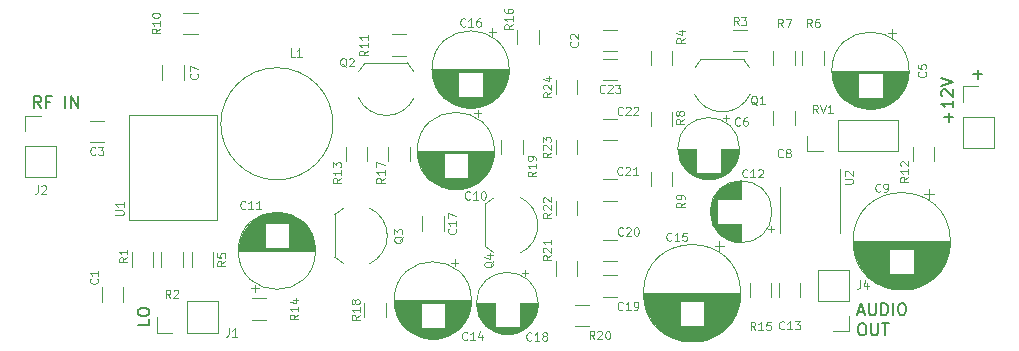
<source format=gbr>
G04 #@! TF.GenerationSoftware,KiCad,Pcbnew,5.1.5+dfsg1-2build2*
G04 #@! TF.CreationDate,2022-03-11T14:10:26+02:00*
G04 #@! TF.ProjectId,dc_receiver,64635f72-6563-4656-9976-65722e6b6963,rev?*
G04 #@! TF.SameCoordinates,Original*
G04 #@! TF.FileFunction,Legend,Top*
G04 #@! TF.FilePolarity,Positive*
%FSLAX46Y46*%
G04 Gerber Fmt 4.6, Leading zero omitted, Abs format (unit mm)*
G04 Created by KiCad (PCBNEW 5.1.5+dfsg1-2build2) date 2022-03-11 14:10:26*
%MOMM*%
%LPD*%
G04 APERTURE LIST*
%ADD10C,0.200000*%
%ADD11C,0.120000*%
%ADD12C,0.100000*%
G04 APERTURE END LIST*
D10*
X118069047Y-25871428D02*
X118830952Y-25871428D01*
X118450000Y-26252380D02*
X118450000Y-25490476D01*
X115971428Y-29861904D02*
X115971428Y-29100000D01*
X116352380Y-29480952D02*
X115590476Y-29480952D01*
X116352380Y-28100000D02*
X116352380Y-28671428D01*
X116352380Y-28385714D02*
X115352380Y-28385714D01*
X115495238Y-28480952D01*
X115590476Y-28576190D01*
X115638095Y-28671428D01*
X115447619Y-27719047D02*
X115400000Y-27671428D01*
X115352380Y-27576190D01*
X115352380Y-27338095D01*
X115400000Y-27242857D01*
X115447619Y-27195238D01*
X115542857Y-27147619D01*
X115638095Y-27147619D01*
X115780952Y-27195238D01*
X116352380Y-27766666D01*
X116352380Y-27147619D01*
X115352380Y-26861904D02*
X116352380Y-26528571D01*
X115352380Y-26195238D01*
X108320476Y-45966666D02*
X108796666Y-45966666D01*
X108225238Y-46252380D02*
X108558571Y-45252380D01*
X108891904Y-46252380D01*
X109225238Y-45252380D02*
X109225238Y-46061904D01*
X109272857Y-46157142D01*
X109320476Y-46204761D01*
X109415714Y-46252380D01*
X109606190Y-46252380D01*
X109701428Y-46204761D01*
X109749047Y-46157142D01*
X109796666Y-46061904D01*
X109796666Y-45252380D01*
X110272857Y-46252380D02*
X110272857Y-45252380D01*
X110510952Y-45252380D01*
X110653809Y-45300000D01*
X110749047Y-45395238D01*
X110796666Y-45490476D01*
X110844285Y-45680952D01*
X110844285Y-45823809D01*
X110796666Y-46014285D01*
X110749047Y-46109523D01*
X110653809Y-46204761D01*
X110510952Y-46252380D01*
X110272857Y-46252380D01*
X111272857Y-46252380D02*
X111272857Y-45252380D01*
X111939523Y-45252380D02*
X112130000Y-45252380D01*
X112225238Y-45300000D01*
X112320476Y-45395238D01*
X112368095Y-45585714D01*
X112368095Y-45919047D01*
X112320476Y-46109523D01*
X112225238Y-46204761D01*
X112130000Y-46252380D01*
X111939523Y-46252380D01*
X111844285Y-46204761D01*
X111749047Y-46109523D01*
X111701428Y-45919047D01*
X111701428Y-45585714D01*
X111749047Y-45395238D01*
X111844285Y-45300000D01*
X111939523Y-45252380D01*
X108558571Y-46952380D02*
X108749047Y-46952380D01*
X108844285Y-47000000D01*
X108939523Y-47095238D01*
X108987142Y-47285714D01*
X108987142Y-47619047D01*
X108939523Y-47809523D01*
X108844285Y-47904761D01*
X108749047Y-47952380D01*
X108558571Y-47952380D01*
X108463333Y-47904761D01*
X108368095Y-47809523D01*
X108320476Y-47619047D01*
X108320476Y-47285714D01*
X108368095Y-47095238D01*
X108463333Y-47000000D01*
X108558571Y-46952380D01*
X109415714Y-46952380D02*
X109415714Y-47761904D01*
X109463333Y-47857142D01*
X109510952Y-47904761D01*
X109606190Y-47952380D01*
X109796666Y-47952380D01*
X109891904Y-47904761D01*
X109939523Y-47857142D01*
X109987142Y-47761904D01*
X109987142Y-46952380D01*
X110320476Y-46952380D02*
X110891904Y-46952380D01*
X110606190Y-47952380D02*
X110606190Y-46952380D01*
X48302380Y-46614285D02*
X48302380Y-47090476D01*
X47302380Y-47090476D01*
X47302380Y-46090476D02*
X47302380Y-45900000D01*
X47350000Y-45804761D01*
X47445238Y-45709523D01*
X47635714Y-45661904D01*
X47969047Y-45661904D01*
X48159523Y-45709523D01*
X48254761Y-45804761D01*
X48302380Y-45900000D01*
X48302380Y-46090476D01*
X48254761Y-46185714D01*
X48159523Y-46280952D01*
X47969047Y-46328571D01*
X47635714Y-46328571D01*
X47445238Y-46280952D01*
X47350000Y-46185714D01*
X47302380Y-46090476D01*
X39138095Y-28702380D02*
X38804761Y-28226190D01*
X38566666Y-28702380D02*
X38566666Y-27702380D01*
X38947619Y-27702380D01*
X39042857Y-27750000D01*
X39090476Y-27797619D01*
X39138095Y-27892857D01*
X39138095Y-28035714D01*
X39090476Y-28130952D01*
X39042857Y-28178571D01*
X38947619Y-28226190D01*
X38566666Y-28226190D01*
X39900000Y-28178571D02*
X39566666Y-28178571D01*
X39566666Y-28702380D02*
X39566666Y-27702380D01*
X40042857Y-27702380D01*
X41185714Y-28702380D02*
X41185714Y-27702380D01*
X41661904Y-28702380D02*
X41661904Y-27702380D01*
X42233333Y-28702380D01*
X42233333Y-27702380D01*
D11*
X63850000Y-30050000D02*
G75*
G03X63850000Y-30050000I-4750000J0D01*
G01*
X44290000Y-43897936D02*
X44290000Y-45102064D01*
X46110000Y-43897936D02*
X46110000Y-45102064D01*
X87902064Y-22090000D02*
X86697936Y-22090000D01*
X87902064Y-23910000D02*
X86697936Y-23910000D01*
X44452064Y-29790000D02*
X43247936Y-29790000D01*
X44452064Y-31610000D02*
X43247936Y-31610000D01*
X112620000Y-25550000D02*
G75*
G03X112620000Y-25550000I-3270000J0D01*
G01*
X112580000Y-25550000D02*
X106120000Y-25550000D01*
X112580000Y-25590000D02*
X106120000Y-25590000D01*
X112580000Y-25630000D02*
X106120000Y-25630000D01*
X112578000Y-25670000D02*
X106122000Y-25670000D01*
X112577000Y-25710000D02*
X106123000Y-25710000D01*
X112574000Y-25750000D02*
X106126000Y-25750000D01*
X112572000Y-25790000D02*
X110390000Y-25790000D01*
X108310000Y-25790000D02*
X106128000Y-25790000D01*
X112568000Y-25830000D02*
X110390000Y-25830000D01*
X108310000Y-25830000D02*
X106132000Y-25830000D01*
X112565000Y-25870000D02*
X110390000Y-25870000D01*
X108310000Y-25870000D02*
X106135000Y-25870000D01*
X112561000Y-25910000D02*
X110390000Y-25910000D01*
X108310000Y-25910000D02*
X106139000Y-25910000D01*
X112556000Y-25950000D02*
X110390000Y-25950000D01*
X108310000Y-25950000D02*
X106144000Y-25950000D01*
X112551000Y-25990000D02*
X110390000Y-25990000D01*
X108310000Y-25990000D02*
X106149000Y-25990000D01*
X112545000Y-26030000D02*
X110390000Y-26030000D01*
X108310000Y-26030000D02*
X106155000Y-26030000D01*
X112539000Y-26070000D02*
X110390000Y-26070000D01*
X108310000Y-26070000D02*
X106161000Y-26070000D01*
X112532000Y-26110000D02*
X110390000Y-26110000D01*
X108310000Y-26110000D02*
X106168000Y-26110000D01*
X112525000Y-26150000D02*
X110390000Y-26150000D01*
X108310000Y-26150000D02*
X106175000Y-26150000D01*
X112517000Y-26190000D02*
X110390000Y-26190000D01*
X108310000Y-26190000D02*
X106183000Y-26190000D01*
X112509000Y-26230000D02*
X110390000Y-26230000D01*
X108310000Y-26230000D02*
X106191000Y-26230000D01*
X112500000Y-26271000D02*
X110390000Y-26271000D01*
X108310000Y-26271000D02*
X106200000Y-26271000D01*
X112491000Y-26311000D02*
X110390000Y-26311000D01*
X108310000Y-26311000D02*
X106209000Y-26311000D01*
X112481000Y-26351000D02*
X110390000Y-26351000D01*
X108310000Y-26351000D02*
X106219000Y-26351000D01*
X112471000Y-26391000D02*
X110390000Y-26391000D01*
X108310000Y-26391000D02*
X106229000Y-26391000D01*
X112460000Y-26431000D02*
X110390000Y-26431000D01*
X108310000Y-26431000D02*
X106240000Y-26431000D01*
X112448000Y-26471000D02*
X110390000Y-26471000D01*
X108310000Y-26471000D02*
X106252000Y-26471000D01*
X112436000Y-26511000D02*
X110390000Y-26511000D01*
X108310000Y-26511000D02*
X106264000Y-26511000D01*
X112424000Y-26551000D02*
X110390000Y-26551000D01*
X108310000Y-26551000D02*
X106276000Y-26551000D01*
X112411000Y-26591000D02*
X110390000Y-26591000D01*
X108310000Y-26591000D02*
X106289000Y-26591000D01*
X112397000Y-26631000D02*
X110390000Y-26631000D01*
X108310000Y-26631000D02*
X106303000Y-26631000D01*
X112383000Y-26671000D02*
X110390000Y-26671000D01*
X108310000Y-26671000D02*
X106317000Y-26671000D01*
X112368000Y-26711000D02*
X110390000Y-26711000D01*
X108310000Y-26711000D02*
X106332000Y-26711000D01*
X112352000Y-26751000D02*
X110390000Y-26751000D01*
X108310000Y-26751000D02*
X106348000Y-26751000D01*
X112336000Y-26791000D02*
X110390000Y-26791000D01*
X108310000Y-26791000D02*
X106364000Y-26791000D01*
X112320000Y-26831000D02*
X110390000Y-26831000D01*
X108310000Y-26831000D02*
X106380000Y-26831000D01*
X112302000Y-26871000D02*
X110390000Y-26871000D01*
X108310000Y-26871000D02*
X106398000Y-26871000D01*
X112284000Y-26911000D02*
X110390000Y-26911000D01*
X108310000Y-26911000D02*
X106416000Y-26911000D01*
X112266000Y-26951000D02*
X110390000Y-26951000D01*
X108310000Y-26951000D02*
X106434000Y-26951000D01*
X112246000Y-26991000D02*
X110390000Y-26991000D01*
X108310000Y-26991000D02*
X106454000Y-26991000D01*
X112226000Y-27031000D02*
X110390000Y-27031000D01*
X108310000Y-27031000D02*
X106474000Y-27031000D01*
X112206000Y-27071000D02*
X110390000Y-27071000D01*
X108310000Y-27071000D02*
X106494000Y-27071000D01*
X112184000Y-27111000D02*
X110390000Y-27111000D01*
X108310000Y-27111000D02*
X106516000Y-27111000D01*
X112162000Y-27151000D02*
X110390000Y-27151000D01*
X108310000Y-27151000D02*
X106538000Y-27151000D01*
X112140000Y-27191000D02*
X110390000Y-27191000D01*
X108310000Y-27191000D02*
X106560000Y-27191000D01*
X112116000Y-27231000D02*
X110390000Y-27231000D01*
X108310000Y-27231000D02*
X106584000Y-27231000D01*
X112092000Y-27271000D02*
X110390000Y-27271000D01*
X108310000Y-27271000D02*
X106608000Y-27271000D01*
X112066000Y-27311000D02*
X110390000Y-27311000D01*
X108310000Y-27311000D02*
X106634000Y-27311000D01*
X112040000Y-27351000D02*
X110390000Y-27351000D01*
X108310000Y-27351000D02*
X106660000Y-27351000D01*
X112014000Y-27391000D02*
X110390000Y-27391000D01*
X108310000Y-27391000D02*
X106686000Y-27391000D01*
X111986000Y-27431000D02*
X110390000Y-27431000D01*
X108310000Y-27431000D02*
X106714000Y-27431000D01*
X111957000Y-27471000D02*
X110390000Y-27471000D01*
X108310000Y-27471000D02*
X106743000Y-27471000D01*
X111928000Y-27511000D02*
X110390000Y-27511000D01*
X108310000Y-27511000D02*
X106772000Y-27511000D01*
X111898000Y-27551000D02*
X110390000Y-27551000D01*
X108310000Y-27551000D02*
X106802000Y-27551000D01*
X111866000Y-27591000D02*
X110390000Y-27591000D01*
X108310000Y-27591000D02*
X106834000Y-27591000D01*
X111834000Y-27631000D02*
X110390000Y-27631000D01*
X108310000Y-27631000D02*
X106866000Y-27631000D01*
X111800000Y-27671000D02*
X110390000Y-27671000D01*
X108310000Y-27671000D02*
X106900000Y-27671000D01*
X111766000Y-27711000D02*
X110390000Y-27711000D01*
X108310000Y-27711000D02*
X106934000Y-27711000D01*
X111730000Y-27751000D02*
X110390000Y-27751000D01*
X108310000Y-27751000D02*
X106970000Y-27751000D01*
X111693000Y-27791000D02*
X110390000Y-27791000D01*
X108310000Y-27791000D02*
X107007000Y-27791000D01*
X111655000Y-27831000D02*
X110390000Y-27831000D01*
X108310000Y-27831000D02*
X107045000Y-27831000D01*
X111615000Y-27871000D02*
X107085000Y-27871000D01*
X111574000Y-27911000D02*
X107126000Y-27911000D01*
X111532000Y-27951000D02*
X107168000Y-27951000D01*
X111487000Y-27991000D02*
X107213000Y-27991000D01*
X111442000Y-28031000D02*
X107258000Y-28031000D01*
X111394000Y-28071000D02*
X107306000Y-28071000D01*
X111345000Y-28111000D02*
X107355000Y-28111000D01*
X111294000Y-28151000D02*
X107406000Y-28151000D01*
X111240000Y-28191000D02*
X107460000Y-28191000D01*
X111184000Y-28231000D02*
X107516000Y-28231000D01*
X111126000Y-28271000D02*
X107574000Y-28271000D01*
X111064000Y-28311000D02*
X107636000Y-28311000D01*
X111000000Y-28351000D02*
X107700000Y-28351000D01*
X110931000Y-28391000D02*
X107769000Y-28391000D01*
X110859000Y-28431000D02*
X107841000Y-28431000D01*
X110782000Y-28471000D02*
X107918000Y-28471000D01*
X110700000Y-28511000D02*
X108000000Y-28511000D01*
X110612000Y-28551000D02*
X108088000Y-28551000D01*
X110515000Y-28591000D02*
X108185000Y-28591000D01*
X110409000Y-28631000D02*
X108291000Y-28631000D01*
X110290000Y-28671000D02*
X108410000Y-28671000D01*
X110152000Y-28711000D02*
X108548000Y-28711000D01*
X109983000Y-28751000D02*
X108717000Y-28751000D01*
X109752000Y-28791000D02*
X108948000Y-28791000D01*
X111189000Y-22049759D02*
X111189000Y-22679759D01*
X111504000Y-22364759D02*
X110874000Y-22364759D01*
X97375000Y-29595225D02*
X96875000Y-29595225D01*
X97125000Y-29345225D02*
X97125000Y-29845225D01*
X95934000Y-34751000D02*
X95366000Y-34751000D01*
X96168000Y-34711000D02*
X95132000Y-34711000D01*
X96327000Y-34671000D02*
X94973000Y-34671000D01*
X96455000Y-34631000D02*
X94845000Y-34631000D01*
X96565000Y-34591000D02*
X94735000Y-34591000D01*
X96661000Y-34551000D02*
X94639000Y-34551000D01*
X96748000Y-34511000D02*
X94552000Y-34511000D01*
X96828000Y-34471000D02*
X94472000Y-34471000D01*
X96901000Y-34431000D02*
X94399000Y-34431000D01*
X96969000Y-34391000D02*
X94331000Y-34391000D01*
X97033000Y-34351000D02*
X94267000Y-34351000D01*
X97093000Y-34311000D02*
X94207000Y-34311000D01*
X97150000Y-34271000D02*
X94150000Y-34271000D01*
X97204000Y-34231000D02*
X94096000Y-34231000D01*
X97255000Y-34191000D02*
X94045000Y-34191000D01*
X94610000Y-34151000D02*
X93997000Y-34151000D01*
X97303000Y-34151000D02*
X96690000Y-34151000D01*
X94610000Y-34111000D02*
X93951000Y-34111000D01*
X97349000Y-34111000D02*
X96690000Y-34111000D01*
X94610000Y-34071000D02*
X93907000Y-34071000D01*
X97393000Y-34071000D02*
X96690000Y-34071000D01*
X94610000Y-34031000D02*
X93865000Y-34031000D01*
X97435000Y-34031000D02*
X96690000Y-34031000D01*
X94610000Y-33991000D02*
X93824000Y-33991000D01*
X97476000Y-33991000D02*
X96690000Y-33991000D01*
X94610000Y-33951000D02*
X93786000Y-33951000D01*
X97514000Y-33951000D02*
X96690000Y-33951000D01*
X94610000Y-33911000D02*
X93749000Y-33911000D01*
X97551000Y-33911000D02*
X96690000Y-33911000D01*
X94610000Y-33871000D02*
X93713000Y-33871000D01*
X97587000Y-33871000D02*
X96690000Y-33871000D01*
X94610000Y-33831000D02*
X93679000Y-33831000D01*
X97621000Y-33831000D02*
X96690000Y-33831000D01*
X94610000Y-33791000D02*
X93646000Y-33791000D01*
X97654000Y-33791000D02*
X96690000Y-33791000D01*
X94610000Y-33751000D02*
X93615000Y-33751000D01*
X97685000Y-33751000D02*
X96690000Y-33751000D01*
X94610000Y-33711000D02*
X93585000Y-33711000D01*
X97715000Y-33711000D02*
X96690000Y-33711000D01*
X94610000Y-33671000D02*
X93555000Y-33671000D01*
X97745000Y-33671000D02*
X96690000Y-33671000D01*
X94610000Y-33631000D02*
X93528000Y-33631000D01*
X97772000Y-33631000D02*
X96690000Y-33631000D01*
X94610000Y-33591000D02*
X93501000Y-33591000D01*
X97799000Y-33591000D02*
X96690000Y-33591000D01*
X94610000Y-33551000D02*
X93475000Y-33551000D01*
X97825000Y-33551000D02*
X96690000Y-33551000D01*
X94610000Y-33511000D02*
X93450000Y-33511000D01*
X97850000Y-33511000D02*
X96690000Y-33511000D01*
X94610000Y-33471000D02*
X93426000Y-33471000D01*
X97874000Y-33471000D02*
X96690000Y-33471000D01*
X94610000Y-33431000D02*
X93403000Y-33431000D01*
X97897000Y-33431000D02*
X96690000Y-33431000D01*
X94610000Y-33391000D02*
X93382000Y-33391000D01*
X97918000Y-33391000D02*
X96690000Y-33391000D01*
X94610000Y-33351000D02*
X93360000Y-33351000D01*
X97940000Y-33351000D02*
X96690000Y-33351000D01*
X94610000Y-33311000D02*
X93340000Y-33311000D01*
X97960000Y-33311000D02*
X96690000Y-33311000D01*
X94610000Y-33271000D02*
X93321000Y-33271000D01*
X97979000Y-33271000D02*
X96690000Y-33271000D01*
X94610000Y-33231000D02*
X93302000Y-33231000D01*
X97998000Y-33231000D02*
X96690000Y-33231000D01*
X94610000Y-33191000D02*
X93285000Y-33191000D01*
X98015000Y-33191000D02*
X96690000Y-33191000D01*
X94610000Y-33151000D02*
X93268000Y-33151000D01*
X98032000Y-33151000D02*
X96690000Y-33151000D01*
X94610000Y-33111000D02*
X93252000Y-33111000D01*
X98048000Y-33111000D02*
X96690000Y-33111000D01*
X94610000Y-33071000D02*
X93236000Y-33071000D01*
X98064000Y-33071000D02*
X96690000Y-33071000D01*
X94610000Y-33031000D02*
X93222000Y-33031000D01*
X98078000Y-33031000D02*
X96690000Y-33031000D01*
X94610000Y-32991000D02*
X93208000Y-32991000D01*
X98092000Y-32991000D02*
X96690000Y-32991000D01*
X94610000Y-32951000D02*
X93195000Y-32951000D01*
X98105000Y-32951000D02*
X96690000Y-32951000D01*
X94610000Y-32911000D02*
X93182000Y-32911000D01*
X98118000Y-32911000D02*
X96690000Y-32911000D01*
X94610000Y-32871000D02*
X93170000Y-32871000D01*
X98130000Y-32871000D02*
X96690000Y-32871000D01*
X94610000Y-32830000D02*
X93159000Y-32830000D01*
X98141000Y-32830000D02*
X96690000Y-32830000D01*
X94610000Y-32790000D02*
X93149000Y-32790000D01*
X98151000Y-32790000D02*
X96690000Y-32790000D01*
X94610000Y-32750000D02*
X93139000Y-32750000D01*
X98161000Y-32750000D02*
X96690000Y-32750000D01*
X94610000Y-32710000D02*
X93130000Y-32710000D01*
X98170000Y-32710000D02*
X96690000Y-32710000D01*
X94610000Y-32670000D02*
X93122000Y-32670000D01*
X98178000Y-32670000D02*
X96690000Y-32670000D01*
X94610000Y-32630000D02*
X93114000Y-32630000D01*
X98186000Y-32630000D02*
X96690000Y-32630000D01*
X94610000Y-32590000D02*
X93107000Y-32590000D01*
X98193000Y-32590000D02*
X96690000Y-32590000D01*
X94610000Y-32550000D02*
X93100000Y-32550000D01*
X98200000Y-32550000D02*
X96690000Y-32550000D01*
X94610000Y-32510000D02*
X93094000Y-32510000D01*
X98206000Y-32510000D02*
X96690000Y-32510000D01*
X94610000Y-32470000D02*
X93089000Y-32470000D01*
X98211000Y-32470000D02*
X96690000Y-32470000D01*
X94610000Y-32430000D02*
X93085000Y-32430000D01*
X98215000Y-32430000D02*
X96690000Y-32430000D01*
X94610000Y-32390000D02*
X93081000Y-32390000D01*
X98219000Y-32390000D02*
X96690000Y-32390000D01*
X94610000Y-32350000D02*
X93077000Y-32350000D01*
X98223000Y-32350000D02*
X96690000Y-32350000D01*
X94610000Y-32310000D02*
X93074000Y-32310000D01*
X98226000Y-32310000D02*
X96690000Y-32310000D01*
X94610000Y-32270000D02*
X93072000Y-32270000D01*
X98228000Y-32270000D02*
X96690000Y-32270000D01*
X94610000Y-32230000D02*
X93071000Y-32230000D01*
X98229000Y-32230000D02*
X96690000Y-32230000D01*
X98230000Y-32190000D02*
X96690000Y-32190000D01*
X94610000Y-32190000D02*
X93070000Y-32190000D01*
X98230000Y-32150000D02*
X96690000Y-32150000D01*
X94610000Y-32150000D02*
X93070000Y-32150000D01*
X98270000Y-32150000D02*
G75*
G03X98270000Y-32150000I-2620000J0D01*
G01*
X51210000Y-25110436D02*
X51210000Y-26314564D01*
X49390000Y-25110436D02*
X49390000Y-26314564D01*
X101140000Y-30189564D02*
X101140000Y-28985436D01*
X102960000Y-30189564D02*
X102960000Y-28985436D01*
X116120000Y-40000000D02*
G75*
G03X116120000Y-40000000I-4120000J0D01*
G01*
X116080000Y-40000000D02*
X107920000Y-40000000D01*
X116080000Y-40040000D02*
X107920000Y-40040000D01*
X116080000Y-40080000D02*
X107920000Y-40080000D01*
X116079000Y-40120000D02*
X107921000Y-40120000D01*
X116077000Y-40160000D02*
X107923000Y-40160000D01*
X116076000Y-40200000D02*
X107924000Y-40200000D01*
X116074000Y-40240000D02*
X107926000Y-40240000D01*
X116071000Y-40280000D02*
X107929000Y-40280000D01*
X116068000Y-40320000D02*
X107932000Y-40320000D01*
X116065000Y-40360000D02*
X107935000Y-40360000D01*
X116061000Y-40400000D02*
X107939000Y-40400000D01*
X116057000Y-40440000D02*
X107943000Y-40440000D01*
X116052000Y-40480000D02*
X107948000Y-40480000D01*
X116048000Y-40520000D02*
X107952000Y-40520000D01*
X116042000Y-40560000D02*
X107958000Y-40560000D01*
X116037000Y-40600000D02*
X107963000Y-40600000D01*
X116030000Y-40640000D02*
X107970000Y-40640000D01*
X116024000Y-40680000D02*
X107976000Y-40680000D01*
X116017000Y-40721000D02*
X113040000Y-40721000D01*
X110960000Y-40721000D02*
X107983000Y-40721000D01*
X116010000Y-40761000D02*
X113040000Y-40761000D01*
X110960000Y-40761000D02*
X107990000Y-40761000D01*
X116002000Y-40801000D02*
X113040000Y-40801000D01*
X110960000Y-40801000D02*
X107998000Y-40801000D01*
X115994000Y-40841000D02*
X113040000Y-40841000D01*
X110960000Y-40841000D02*
X108006000Y-40841000D01*
X115985000Y-40881000D02*
X113040000Y-40881000D01*
X110960000Y-40881000D02*
X108015000Y-40881000D01*
X115976000Y-40921000D02*
X113040000Y-40921000D01*
X110960000Y-40921000D02*
X108024000Y-40921000D01*
X115967000Y-40961000D02*
X113040000Y-40961000D01*
X110960000Y-40961000D02*
X108033000Y-40961000D01*
X115957000Y-41001000D02*
X113040000Y-41001000D01*
X110960000Y-41001000D02*
X108043000Y-41001000D01*
X115947000Y-41041000D02*
X113040000Y-41041000D01*
X110960000Y-41041000D02*
X108053000Y-41041000D01*
X115936000Y-41081000D02*
X113040000Y-41081000D01*
X110960000Y-41081000D02*
X108064000Y-41081000D01*
X115925000Y-41121000D02*
X113040000Y-41121000D01*
X110960000Y-41121000D02*
X108075000Y-41121000D01*
X115914000Y-41161000D02*
X113040000Y-41161000D01*
X110960000Y-41161000D02*
X108086000Y-41161000D01*
X115902000Y-41201000D02*
X113040000Y-41201000D01*
X110960000Y-41201000D02*
X108098000Y-41201000D01*
X115889000Y-41241000D02*
X113040000Y-41241000D01*
X110960000Y-41241000D02*
X108111000Y-41241000D01*
X115877000Y-41281000D02*
X113040000Y-41281000D01*
X110960000Y-41281000D02*
X108123000Y-41281000D01*
X115863000Y-41321000D02*
X113040000Y-41321000D01*
X110960000Y-41321000D02*
X108137000Y-41321000D01*
X115850000Y-41361000D02*
X113040000Y-41361000D01*
X110960000Y-41361000D02*
X108150000Y-41361000D01*
X115835000Y-41401000D02*
X113040000Y-41401000D01*
X110960000Y-41401000D02*
X108165000Y-41401000D01*
X115821000Y-41441000D02*
X113040000Y-41441000D01*
X110960000Y-41441000D02*
X108179000Y-41441000D01*
X115805000Y-41481000D02*
X113040000Y-41481000D01*
X110960000Y-41481000D02*
X108195000Y-41481000D01*
X115790000Y-41521000D02*
X113040000Y-41521000D01*
X110960000Y-41521000D02*
X108210000Y-41521000D01*
X115774000Y-41561000D02*
X113040000Y-41561000D01*
X110960000Y-41561000D02*
X108226000Y-41561000D01*
X115757000Y-41601000D02*
X113040000Y-41601000D01*
X110960000Y-41601000D02*
X108243000Y-41601000D01*
X115740000Y-41641000D02*
X113040000Y-41641000D01*
X110960000Y-41641000D02*
X108260000Y-41641000D01*
X115722000Y-41681000D02*
X113040000Y-41681000D01*
X110960000Y-41681000D02*
X108278000Y-41681000D01*
X115704000Y-41721000D02*
X113040000Y-41721000D01*
X110960000Y-41721000D02*
X108296000Y-41721000D01*
X115686000Y-41761000D02*
X113040000Y-41761000D01*
X110960000Y-41761000D02*
X108314000Y-41761000D01*
X115666000Y-41801000D02*
X113040000Y-41801000D01*
X110960000Y-41801000D02*
X108334000Y-41801000D01*
X115647000Y-41841000D02*
X113040000Y-41841000D01*
X110960000Y-41841000D02*
X108353000Y-41841000D01*
X115627000Y-41881000D02*
X113040000Y-41881000D01*
X110960000Y-41881000D02*
X108373000Y-41881000D01*
X115606000Y-41921000D02*
X113040000Y-41921000D01*
X110960000Y-41921000D02*
X108394000Y-41921000D01*
X115584000Y-41961000D02*
X113040000Y-41961000D01*
X110960000Y-41961000D02*
X108416000Y-41961000D01*
X115562000Y-42001000D02*
X113040000Y-42001000D01*
X110960000Y-42001000D02*
X108438000Y-42001000D01*
X115540000Y-42041000D02*
X113040000Y-42041000D01*
X110960000Y-42041000D02*
X108460000Y-42041000D01*
X115517000Y-42081000D02*
X113040000Y-42081000D01*
X110960000Y-42081000D02*
X108483000Y-42081000D01*
X115493000Y-42121000D02*
X113040000Y-42121000D01*
X110960000Y-42121000D02*
X108507000Y-42121000D01*
X115469000Y-42161000D02*
X113040000Y-42161000D01*
X110960000Y-42161000D02*
X108531000Y-42161000D01*
X115444000Y-42201000D02*
X113040000Y-42201000D01*
X110960000Y-42201000D02*
X108556000Y-42201000D01*
X115418000Y-42241000D02*
X113040000Y-42241000D01*
X110960000Y-42241000D02*
X108582000Y-42241000D01*
X115392000Y-42281000D02*
X113040000Y-42281000D01*
X110960000Y-42281000D02*
X108608000Y-42281000D01*
X115365000Y-42321000D02*
X113040000Y-42321000D01*
X110960000Y-42321000D02*
X108635000Y-42321000D01*
X115338000Y-42361000D02*
X113040000Y-42361000D01*
X110960000Y-42361000D02*
X108662000Y-42361000D01*
X115309000Y-42401000D02*
X113040000Y-42401000D01*
X110960000Y-42401000D02*
X108691000Y-42401000D01*
X115280000Y-42441000D02*
X113040000Y-42441000D01*
X110960000Y-42441000D02*
X108720000Y-42441000D01*
X115250000Y-42481000D02*
X113040000Y-42481000D01*
X110960000Y-42481000D02*
X108750000Y-42481000D01*
X115220000Y-42521000D02*
X113040000Y-42521000D01*
X110960000Y-42521000D02*
X108780000Y-42521000D01*
X115189000Y-42561000D02*
X113040000Y-42561000D01*
X110960000Y-42561000D02*
X108811000Y-42561000D01*
X115156000Y-42601000D02*
X113040000Y-42601000D01*
X110960000Y-42601000D02*
X108844000Y-42601000D01*
X115124000Y-42641000D02*
X113040000Y-42641000D01*
X110960000Y-42641000D02*
X108876000Y-42641000D01*
X115090000Y-42681000D02*
X113040000Y-42681000D01*
X110960000Y-42681000D02*
X108910000Y-42681000D01*
X115055000Y-42721000D02*
X113040000Y-42721000D01*
X110960000Y-42721000D02*
X108945000Y-42721000D01*
X115019000Y-42761000D02*
X113040000Y-42761000D01*
X110960000Y-42761000D02*
X108981000Y-42761000D01*
X114983000Y-42801000D02*
X109017000Y-42801000D01*
X114945000Y-42841000D02*
X109055000Y-42841000D01*
X114907000Y-42881000D02*
X109093000Y-42881000D01*
X114867000Y-42921000D02*
X109133000Y-42921000D01*
X114826000Y-42961000D02*
X109174000Y-42961000D01*
X114784000Y-43001000D02*
X109216000Y-43001000D01*
X114741000Y-43041000D02*
X109259000Y-43041000D01*
X114697000Y-43081000D02*
X109303000Y-43081000D01*
X114651000Y-43121000D02*
X109349000Y-43121000D01*
X114604000Y-43161000D02*
X109396000Y-43161000D01*
X114556000Y-43201000D02*
X109444000Y-43201000D01*
X114505000Y-43241000D02*
X109495000Y-43241000D01*
X114454000Y-43281000D02*
X109546000Y-43281000D01*
X114400000Y-43321000D02*
X109600000Y-43321000D01*
X114345000Y-43361000D02*
X109655000Y-43361000D01*
X114287000Y-43401000D02*
X109713000Y-43401000D01*
X114228000Y-43441000D02*
X109772000Y-43441000D01*
X114166000Y-43481000D02*
X109834000Y-43481000D01*
X114102000Y-43521000D02*
X109898000Y-43521000D01*
X114034000Y-43561000D02*
X109966000Y-43561000D01*
X113964000Y-43601000D02*
X110036000Y-43601000D01*
X113890000Y-43641000D02*
X110110000Y-43641000D01*
X113813000Y-43681000D02*
X110187000Y-43681000D01*
X113731000Y-43721000D02*
X110269000Y-43721000D01*
X113645000Y-43761000D02*
X110355000Y-43761000D01*
X113552000Y-43801000D02*
X110448000Y-43801000D01*
X113453000Y-43841000D02*
X110547000Y-43841000D01*
X113346000Y-43881000D02*
X110654000Y-43881000D01*
X113229000Y-43921000D02*
X110771000Y-43921000D01*
X113098000Y-43961000D02*
X110902000Y-43961000D01*
X112948000Y-44001000D02*
X111052000Y-44001000D01*
X112768000Y-44041000D02*
X111232000Y-44041000D01*
X112533000Y-44081000D02*
X111467000Y-44081000D01*
X114315000Y-35590302D02*
X114315000Y-36390302D01*
X114715000Y-35990302D02*
X113915000Y-35990302D01*
X76404000Y-29164759D02*
X75774000Y-29164759D01*
X76089000Y-28849759D02*
X76089000Y-29479759D01*
X74652000Y-35591000D02*
X73848000Y-35591000D01*
X74883000Y-35551000D02*
X73617000Y-35551000D01*
X75052000Y-35511000D02*
X73448000Y-35511000D01*
X75190000Y-35471000D02*
X73310000Y-35471000D01*
X75309000Y-35431000D02*
X73191000Y-35431000D01*
X75415000Y-35391000D02*
X73085000Y-35391000D01*
X75512000Y-35351000D02*
X72988000Y-35351000D01*
X75600000Y-35311000D02*
X72900000Y-35311000D01*
X75682000Y-35271000D02*
X72818000Y-35271000D01*
X75759000Y-35231000D02*
X72741000Y-35231000D01*
X75831000Y-35191000D02*
X72669000Y-35191000D01*
X75900000Y-35151000D02*
X72600000Y-35151000D01*
X75964000Y-35111000D02*
X72536000Y-35111000D01*
X76026000Y-35071000D02*
X72474000Y-35071000D01*
X76084000Y-35031000D02*
X72416000Y-35031000D01*
X76140000Y-34991000D02*
X72360000Y-34991000D01*
X76194000Y-34951000D02*
X72306000Y-34951000D01*
X76245000Y-34911000D02*
X72255000Y-34911000D01*
X76294000Y-34871000D02*
X72206000Y-34871000D01*
X76342000Y-34831000D02*
X72158000Y-34831000D01*
X76387000Y-34791000D02*
X72113000Y-34791000D01*
X76432000Y-34751000D02*
X72068000Y-34751000D01*
X76474000Y-34711000D02*
X72026000Y-34711000D01*
X76515000Y-34671000D02*
X71985000Y-34671000D01*
X73210000Y-34631000D02*
X71945000Y-34631000D01*
X76555000Y-34631000D02*
X75290000Y-34631000D01*
X73210000Y-34591000D02*
X71907000Y-34591000D01*
X76593000Y-34591000D02*
X75290000Y-34591000D01*
X73210000Y-34551000D02*
X71870000Y-34551000D01*
X76630000Y-34551000D02*
X75290000Y-34551000D01*
X73210000Y-34511000D02*
X71834000Y-34511000D01*
X76666000Y-34511000D02*
X75290000Y-34511000D01*
X73210000Y-34471000D02*
X71800000Y-34471000D01*
X76700000Y-34471000D02*
X75290000Y-34471000D01*
X73210000Y-34431000D02*
X71766000Y-34431000D01*
X76734000Y-34431000D02*
X75290000Y-34431000D01*
X73210000Y-34391000D02*
X71734000Y-34391000D01*
X76766000Y-34391000D02*
X75290000Y-34391000D01*
X73210000Y-34351000D02*
X71702000Y-34351000D01*
X76798000Y-34351000D02*
X75290000Y-34351000D01*
X73210000Y-34311000D02*
X71672000Y-34311000D01*
X76828000Y-34311000D02*
X75290000Y-34311000D01*
X73210000Y-34271000D02*
X71643000Y-34271000D01*
X76857000Y-34271000D02*
X75290000Y-34271000D01*
X73210000Y-34231000D02*
X71614000Y-34231000D01*
X76886000Y-34231000D02*
X75290000Y-34231000D01*
X73210000Y-34191000D02*
X71586000Y-34191000D01*
X76914000Y-34191000D02*
X75290000Y-34191000D01*
X73210000Y-34151000D02*
X71560000Y-34151000D01*
X76940000Y-34151000D02*
X75290000Y-34151000D01*
X73210000Y-34111000D02*
X71534000Y-34111000D01*
X76966000Y-34111000D02*
X75290000Y-34111000D01*
X73210000Y-34071000D02*
X71508000Y-34071000D01*
X76992000Y-34071000D02*
X75290000Y-34071000D01*
X73210000Y-34031000D02*
X71484000Y-34031000D01*
X77016000Y-34031000D02*
X75290000Y-34031000D01*
X73210000Y-33991000D02*
X71460000Y-33991000D01*
X77040000Y-33991000D02*
X75290000Y-33991000D01*
X73210000Y-33951000D02*
X71438000Y-33951000D01*
X77062000Y-33951000D02*
X75290000Y-33951000D01*
X73210000Y-33911000D02*
X71416000Y-33911000D01*
X77084000Y-33911000D02*
X75290000Y-33911000D01*
X73210000Y-33871000D02*
X71394000Y-33871000D01*
X77106000Y-33871000D02*
X75290000Y-33871000D01*
X73210000Y-33831000D02*
X71374000Y-33831000D01*
X77126000Y-33831000D02*
X75290000Y-33831000D01*
X73210000Y-33791000D02*
X71354000Y-33791000D01*
X77146000Y-33791000D02*
X75290000Y-33791000D01*
X73210000Y-33751000D02*
X71334000Y-33751000D01*
X77166000Y-33751000D02*
X75290000Y-33751000D01*
X73210000Y-33711000D02*
X71316000Y-33711000D01*
X77184000Y-33711000D02*
X75290000Y-33711000D01*
X73210000Y-33671000D02*
X71298000Y-33671000D01*
X77202000Y-33671000D02*
X75290000Y-33671000D01*
X73210000Y-33631000D02*
X71280000Y-33631000D01*
X77220000Y-33631000D02*
X75290000Y-33631000D01*
X73210000Y-33591000D02*
X71264000Y-33591000D01*
X77236000Y-33591000D02*
X75290000Y-33591000D01*
X73210000Y-33551000D02*
X71248000Y-33551000D01*
X77252000Y-33551000D02*
X75290000Y-33551000D01*
X73210000Y-33511000D02*
X71232000Y-33511000D01*
X77268000Y-33511000D02*
X75290000Y-33511000D01*
X73210000Y-33471000D02*
X71217000Y-33471000D01*
X77283000Y-33471000D02*
X75290000Y-33471000D01*
X73210000Y-33431000D02*
X71203000Y-33431000D01*
X77297000Y-33431000D02*
X75290000Y-33431000D01*
X73210000Y-33391000D02*
X71189000Y-33391000D01*
X77311000Y-33391000D02*
X75290000Y-33391000D01*
X73210000Y-33351000D02*
X71176000Y-33351000D01*
X77324000Y-33351000D02*
X75290000Y-33351000D01*
X73210000Y-33311000D02*
X71164000Y-33311000D01*
X77336000Y-33311000D02*
X75290000Y-33311000D01*
X73210000Y-33271000D02*
X71152000Y-33271000D01*
X77348000Y-33271000D02*
X75290000Y-33271000D01*
X73210000Y-33231000D02*
X71140000Y-33231000D01*
X77360000Y-33231000D02*
X75290000Y-33231000D01*
X73210000Y-33191000D02*
X71129000Y-33191000D01*
X77371000Y-33191000D02*
X75290000Y-33191000D01*
X73210000Y-33151000D02*
X71119000Y-33151000D01*
X77381000Y-33151000D02*
X75290000Y-33151000D01*
X73210000Y-33111000D02*
X71109000Y-33111000D01*
X77391000Y-33111000D02*
X75290000Y-33111000D01*
X73210000Y-33071000D02*
X71100000Y-33071000D01*
X77400000Y-33071000D02*
X75290000Y-33071000D01*
X73210000Y-33030000D02*
X71091000Y-33030000D01*
X77409000Y-33030000D02*
X75290000Y-33030000D01*
X73210000Y-32990000D02*
X71083000Y-32990000D01*
X77417000Y-32990000D02*
X75290000Y-32990000D01*
X73210000Y-32950000D02*
X71075000Y-32950000D01*
X77425000Y-32950000D02*
X75290000Y-32950000D01*
X73210000Y-32910000D02*
X71068000Y-32910000D01*
X77432000Y-32910000D02*
X75290000Y-32910000D01*
X73210000Y-32870000D02*
X71061000Y-32870000D01*
X77439000Y-32870000D02*
X75290000Y-32870000D01*
X73210000Y-32830000D02*
X71055000Y-32830000D01*
X77445000Y-32830000D02*
X75290000Y-32830000D01*
X73210000Y-32790000D02*
X71049000Y-32790000D01*
X77451000Y-32790000D02*
X75290000Y-32790000D01*
X73210000Y-32750000D02*
X71044000Y-32750000D01*
X77456000Y-32750000D02*
X75290000Y-32750000D01*
X73210000Y-32710000D02*
X71039000Y-32710000D01*
X77461000Y-32710000D02*
X75290000Y-32710000D01*
X73210000Y-32670000D02*
X71035000Y-32670000D01*
X77465000Y-32670000D02*
X75290000Y-32670000D01*
X73210000Y-32630000D02*
X71032000Y-32630000D01*
X77468000Y-32630000D02*
X75290000Y-32630000D01*
X73210000Y-32590000D02*
X71028000Y-32590000D01*
X77472000Y-32590000D02*
X75290000Y-32590000D01*
X77474000Y-32550000D02*
X71026000Y-32550000D01*
X77477000Y-32510000D02*
X71023000Y-32510000D01*
X77478000Y-32470000D02*
X71022000Y-32470000D01*
X77480000Y-32430000D02*
X71020000Y-32430000D01*
X77480000Y-32390000D02*
X71020000Y-32390000D01*
X77480000Y-32350000D02*
X71020000Y-32350000D01*
X77520000Y-32350000D02*
G75*
G03X77520000Y-32350000I-3270000J0D01*
G01*
X56946000Y-43985241D02*
X57576000Y-43985241D01*
X57261000Y-44300241D02*
X57261000Y-43670241D01*
X58698000Y-37559000D02*
X59502000Y-37559000D01*
X58467000Y-37599000D02*
X59733000Y-37599000D01*
X58298000Y-37639000D02*
X59902000Y-37639000D01*
X58160000Y-37679000D02*
X60040000Y-37679000D01*
X58041000Y-37719000D02*
X60159000Y-37719000D01*
X57935000Y-37759000D02*
X60265000Y-37759000D01*
X57838000Y-37799000D02*
X60362000Y-37799000D01*
X57750000Y-37839000D02*
X60450000Y-37839000D01*
X57668000Y-37879000D02*
X60532000Y-37879000D01*
X57591000Y-37919000D02*
X60609000Y-37919000D01*
X57519000Y-37959000D02*
X60681000Y-37959000D01*
X57450000Y-37999000D02*
X60750000Y-37999000D01*
X57386000Y-38039000D02*
X60814000Y-38039000D01*
X57324000Y-38079000D02*
X60876000Y-38079000D01*
X57266000Y-38119000D02*
X60934000Y-38119000D01*
X57210000Y-38159000D02*
X60990000Y-38159000D01*
X57156000Y-38199000D02*
X61044000Y-38199000D01*
X57105000Y-38239000D02*
X61095000Y-38239000D01*
X57056000Y-38279000D02*
X61144000Y-38279000D01*
X57008000Y-38319000D02*
X61192000Y-38319000D01*
X56963000Y-38359000D02*
X61237000Y-38359000D01*
X56918000Y-38399000D02*
X61282000Y-38399000D01*
X56876000Y-38439000D02*
X61324000Y-38439000D01*
X56835000Y-38479000D02*
X61365000Y-38479000D01*
X60140000Y-38519000D02*
X61405000Y-38519000D01*
X56795000Y-38519000D02*
X58060000Y-38519000D01*
X60140000Y-38559000D02*
X61443000Y-38559000D01*
X56757000Y-38559000D02*
X58060000Y-38559000D01*
X60140000Y-38599000D02*
X61480000Y-38599000D01*
X56720000Y-38599000D02*
X58060000Y-38599000D01*
X60140000Y-38639000D02*
X61516000Y-38639000D01*
X56684000Y-38639000D02*
X58060000Y-38639000D01*
X60140000Y-38679000D02*
X61550000Y-38679000D01*
X56650000Y-38679000D02*
X58060000Y-38679000D01*
X60140000Y-38719000D02*
X61584000Y-38719000D01*
X56616000Y-38719000D02*
X58060000Y-38719000D01*
X60140000Y-38759000D02*
X61616000Y-38759000D01*
X56584000Y-38759000D02*
X58060000Y-38759000D01*
X60140000Y-38799000D02*
X61648000Y-38799000D01*
X56552000Y-38799000D02*
X58060000Y-38799000D01*
X60140000Y-38839000D02*
X61678000Y-38839000D01*
X56522000Y-38839000D02*
X58060000Y-38839000D01*
X60140000Y-38879000D02*
X61707000Y-38879000D01*
X56493000Y-38879000D02*
X58060000Y-38879000D01*
X60140000Y-38919000D02*
X61736000Y-38919000D01*
X56464000Y-38919000D02*
X58060000Y-38919000D01*
X60140000Y-38959000D02*
X61764000Y-38959000D01*
X56436000Y-38959000D02*
X58060000Y-38959000D01*
X60140000Y-38999000D02*
X61790000Y-38999000D01*
X56410000Y-38999000D02*
X58060000Y-38999000D01*
X60140000Y-39039000D02*
X61816000Y-39039000D01*
X56384000Y-39039000D02*
X58060000Y-39039000D01*
X60140000Y-39079000D02*
X61842000Y-39079000D01*
X56358000Y-39079000D02*
X58060000Y-39079000D01*
X60140000Y-39119000D02*
X61866000Y-39119000D01*
X56334000Y-39119000D02*
X58060000Y-39119000D01*
X60140000Y-39159000D02*
X61890000Y-39159000D01*
X56310000Y-39159000D02*
X58060000Y-39159000D01*
X60140000Y-39199000D02*
X61912000Y-39199000D01*
X56288000Y-39199000D02*
X58060000Y-39199000D01*
X60140000Y-39239000D02*
X61934000Y-39239000D01*
X56266000Y-39239000D02*
X58060000Y-39239000D01*
X60140000Y-39279000D02*
X61956000Y-39279000D01*
X56244000Y-39279000D02*
X58060000Y-39279000D01*
X60140000Y-39319000D02*
X61976000Y-39319000D01*
X56224000Y-39319000D02*
X58060000Y-39319000D01*
X60140000Y-39359000D02*
X61996000Y-39359000D01*
X56204000Y-39359000D02*
X58060000Y-39359000D01*
X60140000Y-39399000D02*
X62016000Y-39399000D01*
X56184000Y-39399000D02*
X58060000Y-39399000D01*
X60140000Y-39439000D02*
X62034000Y-39439000D01*
X56166000Y-39439000D02*
X58060000Y-39439000D01*
X60140000Y-39479000D02*
X62052000Y-39479000D01*
X56148000Y-39479000D02*
X58060000Y-39479000D01*
X60140000Y-39519000D02*
X62070000Y-39519000D01*
X56130000Y-39519000D02*
X58060000Y-39519000D01*
X60140000Y-39559000D02*
X62086000Y-39559000D01*
X56114000Y-39559000D02*
X58060000Y-39559000D01*
X60140000Y-39599000D02*
X62102000Y-39599000D01*
X56098000Y-39599000D02*
X58060000Y-39599000D01*
X60140000Y-39639000D02*
X62118000Y-39639000D01*
X56082000Y-39639000D02*
X58060000Y-39639000D01*
X60140000Y-39679000D02*
X62133000Y-39679000D01*
X56067000Y-39679000D02*
X58060000Y-39679000D01*
X60140000Y-39719000D02*
X62147000Y-39719000D01*
X56053000Y-39719000D02*
X58060000Y-39719000D01*
X60140000Y-39759000D02*
X62161000Y-39759000D01*
X56039000Y-39759000D02*
X58060000Y-39759000D01*
X60140000Y-39799000D02*
X62174000Y-39799000D01*
X56026000Y-39799000D02*
X58060000Y-39799000D01*
X60140000Y-39839000D02*
X62186000Y-39839000D01*
X56014000Y-39839000D02*
X58060000Y-39839000D01*
X60140000Y-39879000D02*
X62198000Y-39879000D01*
X56002000Y-39879000D02*
X58060000Y-39879000D01*
X60140000Y-39919000D02*
X62210000Y-39919000D01*
X55990000Y-39919000D02*
X58060000Y-39919000D01*
X60140000Y-39959000D02*
X62221000Y-39959000D01*
X55979000Y-39959000D02*
X58060000Y-39959000D01*
X60140000Y-39999000D02*
X62231000Y-39999000D01*
X55969000Y-39999000D02*
X58060000Y-39999000D01*
X60140000Y-40039000D02*
X62241000Y-40039000D01*
X55959000Y-40039000D02*
X58060000Y-40039000D01*
X60140000Y-40079000D02*
X62250000Y-40079000D01*
X55950000Y-40079000D02*
X58060000Y-40079000D01*
X60140000Y-40120000D02*
X62259000Y-40120000D01*
X55941000Y-40120000D02*
X58060000Y-40120000D01*
X60140000Y-40160000D02*
X62267000Y-40160000D01*
X55933000Y-40160000D02*
X58060000Y-40160000D01*
X60140000Y-40200000D02*
X62275000Y-40200000D01*
X55925000Y-40200000D02*
X58060000Y-40200000D01*
X60140000Y-40240000D02*
X62282000Y-40240000D01*
X55918000Y-40240000D02*
X58060000Y-40240000D01*
X60140000Y-40280000D02*
X62289000Y-40280000D01*
X55911000Y-40280000D02*
X58060000Y-40280000D01*
X60140000Y-40320000D02*
X62295000Y-40320000D01*
X55905000Y-40320000D02*
X58060000Y-40320000D01*
X60140000Y-40360000D02*
X62301000Y-40360000D01*
X55899000Y-40360000D02*
X58060000Y-40360000D01*
X60140000Y-40400000D02*
X62306000Y-40400000D01*
X55894000Y-40400000D02*
X58060000Y-40400000D01*
X60140000Y-40440000D02*
X62311000Y-40440000D01*
X55889000Y-40440000D02*
X58060000Y-40440000D01*
X60140000Y-40480000D02*
X62315000Y-40480000D01*
X55885000Y-40480000D02*
X58060000Y-40480000D01*
X60140000Y-40520000D02*
X62318000Y-40520000D01*
X55882000Y-40520000D02*
X58060000Y-40520000D01*
X60140000Y-40560000D02*
X62322000Y-40560000D01*
X55878000Y-40560000D02*
X58060000Y-40560000D01*
X55876000Y-40600000D02*
X62324000Y-40600000D01*
X55873000Y-40640000D02*
X62327000Y-40640000D01*
X55872000Y-40680000D02*
X62328000Y-40680000D01*
X55870000Y-40720000D02*
X62330000Y-40720000D01*
X55870000Y-40760000D02*
X62330000Y-40760000D01*
X55870000Y-40800000D02*
X62330000Y-40800000D01*
X62370000Y-40800000D02*
G75*
G03X62370000Y-40800000I-3270000J0D01*
G01*
X101020000Y-37500000D02*
G75*
G03X101020000Y-37500000I-2620000J0D01*
G01*
X98400000Y-36460000D02*
X98400000Y-34920000D01*
X98400000Y-40080000D02*
X98400000Y-38540000D01*
X98360000Y-36460000D02*
X98360000Y-34920000D01*
X98360000Y-40080000D02*
X98360000Y-38540000D01*
X98320000Y-40079000D02*
X98320000Y-38540000D01*
X98320000Y-36460000D02*
X98320000Y-34921000D01*
X98280000Y-40078000D02*
X98280000Y-38540000D01*
X98280000Y-36460000D02*
X98280000Y-34922000D01*
X98240000Y-40076000D02*
X98240000Y-38540000D01*
X98240000Y-36460000D02*
X98240000Y-34924000D01*
X98200000Y-40073000D02*
X98200000Y-38540000D01*
X98200000Y-36460000D02*
X98200000Y-34927000D01*
X98160000Y-40069000D02*
X98160000Y-38540000D01*
X98160000Y-36460000D02*
X98160000Y-34931000D01*
X98120000Y-40065000D02*
X98120000Y-38540000D01*
X98120000Y-36460000D02*
X98120000Y-34935000D01*
X98080000Y-40061000D02*
X98080000Y-38540000D01*
X98080000Y-36460000D02*
X98080000Y-34939000D01*
X98040000Y-40056000D02*
X98040000Y-38540000D01*
X98040000Y-36460000D02*
X98040000Y-34944000D01*
X98000000Y-40050000D02*
X98000000Y-38540000D01*
X98000000Y-36460000D02*
X98000000Y-34950000D01*
X97960000Y-40043000D02*
X97960000Y-38540000D01*
X97960000Y-36460000D02*
X97960000Y-34957000D01*
X97920000Y-40036000D02*
X97920000Y-38540000D01*
X97920000Y-36460000D02*
X97920000Y-34964000D01*
X97880000Y-40028000D02*
X97880000Y-38540000D01*
X97880000Y-36460000D02*
X97880000Y-34972000D01*
X97840000Y-40020000D02*
X97840000Y-38540000D01*
X97840000Y-36460000D02*
X97840000Y-34980000D01*
X97800000Y-40011000D02*
X97800000Y-38540000D01*
X97800000Y-36460000D02*
X97800000Y-34989000D01*
X97760000Y-40001000D02*
X97760000Y-38540000D01*
X97760000Y-36460000D02*
X97760000Y-34999000D01*
X97720000Y-39991000D02*
X97720000Y-38540000D01*
X97720000Y-36460000D02*
X97720000Y-35009000D01*
X97679000Y-39980000D02*
X97679000Y-38540000D01*
X97679000Y-36460000D02*
X97679000Y-35020000D01*
X97639000Y-39968000D02*
X97639000Y-38540000D01*
X97639000Y-36460000D02*
X97639000Y-35032000D01*
X97599000Y-39955000D02*
X97599000Y-38540000D01*
X97599000Y-36460000D02*
X97599000Y-35045000D01*
X97559000Y-39942000D02*
X97559000Y-38540000D01*
X97559000Y-36460000D02*
X97559000Y-35058000D01*
X97519000Y-39928000D02*
X97519000Y-38540000D01*
X97519000Y-36460000D02*
X97519000Y-35072000D01*
X97479000Y-39914000D02*
X97479000Y-38540000D01*
X97479000Y-36460000D02*
X97479000Y-35086000D01*
X97439000Y-39898000D02*
X97439000Y-38540000D01*
X97439000Y-36460000D02*
X97439000Y-35102000D01*
X97399000Y-39882000D02*
X97399000Y-38540000D01*
X97399000Y-36460000D02*
X97399000Y-35118000D01*
X97359000Y-39865000D02*
X97359000Y-38540000D01*
X97359000Y-36460000D02*
X97359000Y-35135000D01*
X97319000Y-39848000D02*
X97319000Y-38540000D01*
X97319000Y-36460000D02*
X97319000Y-35152000D01*
X97279000Y-39829000D02*
X97279000Y-38540000D01*
X97279000Y-36460000D02*
X97279000Y-35171000D01*
X97239000Y-39810000D02*
X97239000Y-38540000D01*
X97239000Y-36460000D02*
X97239000Y-35190000D01*
X97199000Y-39790000D02*
X97199000Y-38540000D01*
X97199000Y-36460000D02*
X97199000Y-35210000D01*
X97159000Y-39768000D02*
X97159000Y-38540000D01*
X97159000Y-36460000D02*
X97159000Y-35232000D01*
X97119000Y-39747000D02*
X97119000Y-38540000D01*
X97119000Y-36460000D02*
X97119000Y-35253000D01*
X97079000Y-39724000D02*
X97079000Y-38540000D01*
X97079000Y-36460000D02*
X97079000Y-35276000D01*
X97039000Y-39700000D02*
X97039000Y-38540000D01*
X97039000Y-36460000D02*
X97039000Y-35300000D01*
X96999000Y-39675000D02*
X96999000Y-38540000D01*
X96999000Y-36460000D02*
X96999000Y-35325000D01*
X96959000Y-39649000D02*
X96959000Y-38540000D01*
X96959000Y-36460000D02*
X96959000Y-35351000D01*
X96919000Y-39622000D02*
X96919000Y-38540000D01*
X96919000Y-36460000D02*
X96919000Y-35378000D01*
X96879000Y-39595000D02*
X96879000Y-38540000D01*
X96879000Y-36460000D02*
X96879000Y-35405000D01*
X96839000Y-39565000D02*
X96839000Y-38540000D01*
X96839000Y-36460000D02*
X96839000Y-35435000D01*
X96799000Y-39535000D02*
X96799000Y-38540000D01*
X96799000Y-36460000D02*
X96799000Y-35465000D01*
X96759000Y-39504000D02*
X96759000Y-38540000D01*
X96759000Y-36460000D02*
X96759000Y-35496000D01*
X96719000Y-39471000D02*
X96719000Y-38540000D01*
X96719000Y-36460000D02*
X96719000Y-35529000D01*
X96679000Y-39437000D02*
X96679000Y-38540000D01*
X96679000Y-36460000D02*
X96679000Y-35563000D01*
X96639000Y-39401000D02*
X96639000Y-38540000D01*
X96639000Y-36460000D02*
X96639000Y-35599000D01*
X96599000Y-39364000D02*
X96599000Y-38540000D01*
X96599000Y-36460000D02*
X96599000Y-35636000D01*
X96559000Y-39326000D02*
X96559000Y-38540000D01*
X96559000Y-36460000D02*
X96559000Y-35674000D01*
X96519000Y-39285000D02*
X96519000Y-38540000D01*
X96519000Y-36460000D02*
X96519000Y-35715000D01*
X96479000Y-39243000D02*
X96479000Y-38540000D01*
X96479000Y-36460000D02*
X96479000Y-35757000D01*
X96439000Y-39199000D02*
X96439000Y-38540000D01*
X96439000Y-36460000D02*
X96439000Y-35801000D01*
X96399000Y-39153000D02*
X96399000Y-38540000D01*
X96399000Y-36460000D02*
X96399000Y-35847000D01*
X96359000Y-39105000D02*
X96359000Y-35895000D01*
X96319000Y-39054000D02*
X96319000Y-35946000D01*
X96279000Y-39000000D02*
X96279000Y-36000000D01*
X96239000Y-38943000D02*
X96239000Y-36057000D01*
X96199000Y-38883000D02*
X96199000Y-36117000D01*
X96159000Y-38819000D02*
X96159000Y-36181000D01*
X96119000Y-38751000D02*
X96119000Y-36249000D01*
X96079000Y-38678000D02*
X96079000Y-36322000D01*
X96039000Y-38598000D02*
X96039000Y-36402000D01*
X95999000Y-38511000D02*
X95999000Y-36489000D01*
X95959000Y-38415000D02*
X95959000Y-36585000D01*
X95919000Y-38305000D02*
X95919000Y-36695000D01*
X95879000Y-38177000D02*
X95879000Y-36823000D01*
X95839000Y-38018000D02*
X95839000Y-36982000D01*
X95799000Y-37784000D02*
X95799000Y-37216000D01*
X101204775Y-38975000D02*
X100704775Y-38975000D01*
X100954775Y-39225000D02*
X100954775Y-38725000D01*
X101590000Y-44714564D02*
X101590000Y-43510436D01*
X103410000Y-44714564D02*
X103410000Y-43510436D01*
X75570000Y-45000000D02*
G75*
G03X75570000Y-45000000I-3270000J0D01*
G01*
X75530000Y-45000000D02*
X69070000Y-45000000D01*
X75530000Y-45040000D02*
X69070000Y-45040000D01*
X75530000Y-45080000D02*
X69070000Y-45080000D01*
X75528000Y-45120000D02*
X69072000Y-45120000D01*
X75527000Y-45160000D02*
X69073000Y-45160000D01*
X75524000Y-45200000D02*
X69076000Y-45200000D01*
X75522000Y-45240000D02*
X73340000Y-45240000D01*
X71260000Y-45240000D02*
X69078000Y-45240000D01*
X75518000Y-45280000D02*
X73340000Y-45280000D01*
X71260000Y-45280000D02*
X69082000Y-45280000D01*
X75515000Y-45320000D02*
X73340000Y-45320000D01*
X71260000Y-45320000D02*
X69085000Y-45320000D01*
X75511000Y-45360000D02*
X73340000Y-45360000D01*
X71260000Y-45360000D02*
X69089000Y-45360000D01*
X75506000Y-45400000D02*
X73340000Y-45400000D01*
X71260000Y-45400000D02*
X69094000Y-45400000D01*
X75501000Y-45440000D02*
X73340000Y-45440000D01*
X71260000Y-45440000D02*
X69099000Y-45440000D01*
X75495000Y-45480000D02*
X73340000Y-45480000D01*
X71260000Y-45480000D02*
X69105000Y-45480000D01*
X75489000Y-45520000D02*
X73340000Y-45520000D01*
X71260000Y-45520000D02*
X69111000Y-45520000D01*
X75482000Y-45560000D02*
X73340000Y-45560000D01*
X71260000Y-45560000D02*
X69118000Y-45560000D01*
X75475000Y-45600000D02*
X73340000Y-45600000D01*
X71260000Y-45600000D02*
X69125000Y-45600000D01*
X75467000Y-45640000D02*
X73340000Y-45640000D01*
X71260000Y-45640000D02*
X69133000Y-45640000D01*
X75459000Y-45680000D02*
X73340000Y-45680000D01*
X71260000Y-45680000D02*
X69141000Y-45680000D01*
X75450000Y-45721000D02*
X73340000Y-45721000D01*
X71260000Y-45721000D02*
X69150000Y-45721000D01*
X75441000Y-45761000D02*
X73340000Y-45761000D01*
X71260000Y-45761000D02*
X69159000Y-45761000D01*
X75431000Y-45801000D02*
X73340000Y-45801000D01*
X71260000Y-45801000D02*
X69169000Y-45801000D01*
X75421000Y-45841000D02*
X73340000Y-45841000D01*
X71260000Y-45841000D02*
X69179000Y-45841000D01*
X75410000Y-45881000D02*
X73340000Y-45881000D01*
X71260000Y-45881000D02*
X69190000Y-45881000D01*
X75398000Y-45921000D02*
X73340000Y-45921000D01*
X71260000Y-45921000D02*
X69202000Y-45921000D01*
X75386000Y-45961000D02*
X73340000Y-45961000D01*
X71260000Y-45961000D02*
X69214000Y-45961000D01*
X75374000Y-46001000D02*
X73340000Y-46001000D01*
X71260000Y-46001000D02*
X69226000Y-46001000D01*
X75361000Y-46041000D02*
X73340000Y-46041000D01*
X71260000Y-46041000D02*
X69239000Y-46041000D01*
X75347000Y-46081000D02*
X73340000Y-46081000D01*
X71260000Y-46081000D02*
X69253000Y-46081000D01*
X75333000Y-46121000D02*
X73340000Y-46121000D01*
X71260000Y-46121000D02*
X69267000Y-46121000D01*
X75318000Y-46161000D02*
X73340000Y-46161000D01*
X71260000Y-46161000D02*
X69282000Y-46161000D01*
X75302000Y-46201000D02*
X73340000Y-46201000D01*
X71260000Y-46201000D02*
X69298000Y-46201000D01*
X75286000Y-46241000D02*
X73340000Y-46241000D01*
X71260000Y-46241000D02*
X69314000Y-46241000D01*
X75270000Y-46281000D02*
X73340000Y-46281000D01*
X71260000Y-46281000D02*
X69330000Y-46281000D01*
X75252000Y-46321000D02*
X73340000Y-46321000D01*
X71260000Y-46321000D02*
X69348000Y-46321000D01*
X75234000Y-46361000D02*
X73340000Y-46361000D01*
X71260000Y-46361000D02*
X69366000Y-46361000D01*
X75216000Y-46401000D02*
X73340000Y-46401000D01*
X71260000Y-46401000D02*
X69384000Y-46401000D01*
X75196000Y-46441000D02*
X73340000Y-46441000D01*
X71260000Y-46441000D02*
X69404000Y-46441000D01*
X75176000Y-46481000D02*
X73340000Y-46481000D01*
X71260000Y-46481000D02*
X69424000Y-46481000D01*
X75156000Y-46521000D02*
X73340000Y-46521000D01*
X71260000Y-46521000D02*
X69444000Y-46521000D01*
X75134000Y-46561000D02*
X73340000Y-46561000D01*
X71260000Y-46561000D02*
X69466000Y-46561000D01*
X75112000Y-46601000D02*
X73340000Y-46601000D01*
X71260000Y-46601000D02*
X69488000Y-46601000D01*
X75090000Y-46641000D02*
X73340000Y-46641000D01*
X71260000Y-46641000D02*
X69510000Y-46641000D01*
X75066000Y-46681000D02*
X73340000Y-46681000D01*
X71260000Y-46681000D02*
X69534000Y-46681000D01*
X75042000Y-46721000D02*
X73340000Y-46721000D01*
X71260000Y-46721000D02*
X69558000Y-46721000D01*
X75016000Y-46761000D02*
X73340000Y-46761000D01*
X71260000Y-46761000D02*
X69584000Y-46761000D01*
X74990000Y-46801000D02*
X73340000Y-46801000D01*
X71260000Y-46801000D02*
X69610000Y-46801000D01*
X74964000Y-46841000D02*
X73340000Y-46841000D01*
X71260000Y-46841000D02*
X69636000Y-46841000D01*
X74936000Y-46881000D02*
X73340000Y-46881000D01*
X71260000Y-46881000D02*
X69664000Y-46881000D01*
X74907000Y-46921000D02*
X73340000Y-46921000D01*
X71260000Y-46921000D02*
X69693000Y-46921000D01*
X74878000Y-46961000D02*
X73340000Y-46961000D01*
X71260000Y-46961000D02*
X69722000Y-46961000D01*
X74848000Y-47001000D02*
X73340000Y-47001000D01*
X71260000Y-47001000D02*
X69752000Y-47001000D01*
X74816000Y-47041000D02*
X73340000Y-47041000D01*
X71260000Y-47041000D02*
X69784000Y-47041000D01*
X74784000Y-47081000D02*
X73340000Y-47081000D01*
X71260000Y-47081000D02*
X69816000Y-47081000D01*
X74750000Y-47121000D02*
X73340000Y-47121000D01*
X71260000Y-47121000D02*
X69850000Y-47121000D01*
X74716000Y-47161000D02*
X73340000Y-47161000D01*
X71260000Y-47161000D02*
X69884000Y-47161000D01*
X74680000Y-47201000D02*
X73340000Y-47201000D01*
X71260000Y-47201000D02*
X69920000Y-47201000D01*
X74643000Y-47241000D02*
X73340000Y-47241000D01*
X71260000Y-47241000D02*
X69957000Y-47241000D01*
X74605000Y-47281000D02*
X73340000Y-47281000D01*
X71260000Y-47281000D02*
X69995000Y-47281000D01*
X74565000Y-47321000D02*
X70035000Y-47321000D01*
X74524000Y-47361000D02*
X70076000Y-47361000D01*
X74482000Y-47401000D02*
X70118000Y-47401000D01*
X74437000Y-47441000D02*
X70163000Y-47441000D01*
X74392000Y-47481000D02*
X70208000Y-47481000D01*
X74344000Y-47521000D02*
X70256000Y-47521000D01*
X74295000Y-47561000D02*
X70305000Y-47561000D01*
X74244000Y-47601000D02*
X70356000Y-47601000D01*
X74190000Y-47641000D02*
X70410000Y-47641000D01*
X74134000Y-47681000D02*
X70466000Y-47681000D01*
X74076000Y-47721000D02*
X70524000Y-47721000D01*
X74014000Y-47761000D02*
X70586000Y-47761000D01*
X73950000Y-47801000D02*
X70650000Y-47801000D01*
X73881000Y-47841000D02*
X70719000Y-47841000D01*
X73809000Y-47881000D02*
X70791000Y-47881000D01*
X73732000Y-47921000D02*
X70868000Y-47921000D01*
X73650000Y-47961000D02*
X70950000Y-47961000D01*
X73562000Y-48001000D02*
X71038000Y-48001000D01*
X73465000Y-48041000D02*
X71135000Y-48041000D01*
X73359000Y-48081000D02*
X71241000Y-48081000D01*
X73240000Y-48121000D02*
X71360000Y-48121000D01*
X73102000Y-48161000D02*
X71498000Y-48161000D01*
X72933000Y-48201000D02*
X71667000Y-48201000D01*
X72702000Y-48241000D02*
X71898000Y-48241000D01*
X74139000Y-41499759D02*
X74139000Y-42129759D01*
X74454000Y-41814759D02*
X73824000Y-41814759D01*
X96965000Y-40390302D02*
X96165000Y-40390302D01*
X96565000Y-39990302D02*
X96565000Y-40790302D01*
X94783000Y-48481000D02*
X93717000Y-48481000D01*
X95018000Y-48441000D02*
X93482000Y-48441000D01*
X95198000Y-48401000D02*
X93302000Y-48401000D01*
X95348000Y-48361000D02*
X93152000Y-48361000D01*
X95479000Y-48321000D02*
X93021000Y-48321000D01*
X95596000Y-48281000D02*
X92904000Y-48281000D01*
X95703000Y-48241000D02*
X92797000Y-48241000D01*
X95802000Y-48201000D02*
X92698000Y-48201000D01*
X95895000Y-48161000D02*
X92605000Y-48161000D01*
X95981000Y-48121000D02*
X92519000Y-48121000D01*
X96063000Y-48081000D02*
X92437000Y-48081000D01*
X96140000Y-48041000D02*
X92360000Y-48041000D01*
X96214000Y-48001000D02*
X92286000Y-48001000D01*
X96284000Y-47961000D02*
X92216000Y-47961000D01*
X96352000Y-47921000D02*
X92148000Y-47921000D01*
X96416000Y-47881000D02*
X92084000Y-47881000D01*
X96478000Y-47841000D02*
X92022000Y-47841000D01*
X96537000Y-47801000D02*
X91963000Y-47801000D01*
X96595000Y-47761000D02*
X91905000Y-47761000D01*
X96650000Y-47721000D02*
X91850000Y-47721000D01*
X96704000Y-47681000D02*
X91796000Y-47681000D01*
X96755000Y-47641000D02*
X91745000Y-47641000D01*
X96806000Y-47601000D02*
X91694000Y-47601000D01*
X96854000Y-47561000D02*
X91646000Y-47561000D01*
X96901000Y-47521000D02*
X91599000Y-47521000D01*
X96947000Y-47481000D02*
X91553000Y-47481000D01*
X96991000Y-47441000D02*
X91509000Y-47441000D01*
X97034000Y-47401000D02*
X91466000Y-47401000D01*
X97076000Y-47361000D02*
X91424000Y-47361000D01*
X97117000Y-47321000D02*
X91383000Y-47321000D01*
X97157000Y-47281000D02*
X91343000Y-47281000D01*
X97195000Y-47241000D02*
X91305000Y-47241000D01*
X97233000Y-47201000D02*
X91267000Y-47201000D01*
X93210000Y-47161000D02*
X91231000Y-47161000D01*
X97269000Y-47161000D02*
X95290000Y-47161000D01*
X93210000Y-47121000D02*
X91195000Y-47121000D01*
X97305000Y-47121000D02*
X95290000Y-47121000D01*
X93210000Y-47081000D02*
X91160000Y-47081000D01*
X97340000Y-47081000D02*
X95290000Y-47081000D01*
X93210000Y-47041000D02*
X91126000Y-47041000D01*
X97374000Y-47041000D02*
X95290000Y-47041000D01*
X93210000Y-47001000D02*
X91094000Y-47001000D01*
X97406000Y-47001000D02*
X95290000Y-47001000D01*
X93210000Y-46961000D02*
X91061000Y-46961000D01*
X97439000Y-46961000D02*
X95290000Y-46961000D01*
X93210000Y-46921000D02*
X91030000Y-46921000D01*
X97470000Y-46921000D02*
X95290000Y-46921000D01*
X93210000Y-46881000D02*
X91000000Y-46881000D01*
X97500000Y-46881000D02*
X95290000Y-46881000D01*
X93210000Y-46841000D02*
X90970000Y-46841000D01*
X97530000Y-46841000D02*
X95290000Y-46841000D01*
X93210000Y-46801000D02*
X90941000Y-46801000D01*
X97559000Y-46801000D02*
X95290000Y-46801000D01*
X93210000Y-46761000D02*
X90912000Y-46761000D01*
X97588000Y-46761000D02*
X95290000Y-46761000D01*
X93210000Y-46721000D02*
X90885000Y-46721000D01*
X97615000Y-46721000D02*
X95290000Y-46721000D01*
X93210000Y-46681000D02*
X90858000Y-46681000D01*
X97642000Y-46681000D02*
X95290000Y-46681000D01*
X93210000Y-46641000D02*
X90832000Y-46641000D01*
X97668000Y-46641000D02*
X95290000Y-46641000D01*
X93210000Y-46601000D02*
X90806000Y-46601000D01*
X97694000Y-46601000D02*
X95290000Y-46601000D01*
X93210000Y-46561000D02*
X90781000Y-46561000D01*
X97719000Y-46561000D02*
X95290000Y-46561000D01*
X93210000Y-46521000D02*
X90757000Y-46521000D01*
X97743000Y-46521000D02*
X95290000Y-46521000D01*
X93210000Y-46481000D02*
X90733000Y-46481000D01*
X97767000Y-46481000D02*
X95290000Y-46481000D01*
X93210000Y-46441000D02*
X90710000Y-46441000D01*
X97790000Y-46441000D02*
X95290000Y-46441000D01*
X93210000Y-46401000D02*
X90688000Y-46401000D01*
X97812000Y-46401000D02*
X95290000Y-46401000D01*
X93210000Y-46361000D02*
X90666000Y-46361000D01*
X97834000Y-46361000D02*
X95290000Y-46361000D01*
X93210000Y-46321000D02*
X90644000Y-46321000D01*
X97856000Y-46321000D02*
X95290000Y-46321000D01*
X93210000Y-46281000D02*
X90623000Y-46281000D01*
X97877000Y-46281000D02*
X95290000Y-46281000D01*
X93210000Y-46241000D02*
X90603000Y-46241000D01*
X97897000Y-46241000D02*
X95290000Y-46241000D01*
X93210000Y-46201000D02*
X90584000Y-46201000D01*
X97916000Y-46201000D02*
X95290000Y-46201000D01*
X93210000Y-46161000D02*
X90564000Y-46161000D01*
X97936000Y-46161000D02*
X95290000Y-46161000D01*
X93210000Y-46121000D02*
X90546000Y-46121000D01*
X97954000Y-46121000D02*
X95290000Y-46121000D01*
X93210000Y-46081000D02*
X90528000Y-46081000D01*
X97972000Y-46081000D02*
X95290000Y-46081000D01*
X93210000Y-46041000D02*
X90510000Y-46041000D01*
X97990000Y-46041000D02*
X95290000Y-46041000D01*
X93210000Y-46001000D02*
X90493000Y-46001000D01*
X98007000Y-46001000D02*
X95290000Y-46001000D01*
X93210000Y-45961000D02*
X90476000Y-45961000D01*
X98024000Y-45961000D02*
X95290000Y-45961000D01*
X93210000Y-45921000D02*
X90460000Y-45921000D01*
X98040000Y-45921000D02*
X95290000Y-45921000D01*
X93210000Y-45881000D02*
X90445000Y-45881000D01*
X98055000Y-45881000D02*
X95290000Y-45881000D01*
X93210000Y-45841000D02*
X90429000Y-45841000D01*
X98071000Y-45841000D02*
X95290000Y-45841000D01*
X93210000Y-45801000D02*
X90415000Y-45801000D01*
X98085000Y-45801000D02*
X95290000Y-45801000D01*
X93210000Y-45761000D02*
X90400000Y-45761000D01*
X98100000Y-45761000D02*
X95290000Y-45761000D01*
X93210000Y-45721000D02*
X90387000Y-45721000D01*
X98113000Y-45721000D02*
X95290000Y-45721000D01*
X93210000Y-45681000D02*
X90373000Y-45681000D01*
X98127000Y-45681000D02*
X95290000Y-45681000D01*
X93210000Y-45641000D02*
X90361000Y-45641000D01*
X98139000Y-45641000D02*
X95290000Y-45641000D01*
X93210000Y-45601000D02*
X90348000Y-45601000D01*
X98152000Y-45601000D02*
X95290000Y-45601000D01*
X93210000Y-45561000D02*
X90336000Y-45561000D01*
X98164000Y-45561000D02*
X95290000Y-45561000D01*
X93210000Y-45521000D02*
X90325000Y-45521000D01*
X98175000Y-45521000D02*
X95290000Y-45521000D01*
X93210000Y-45481000D02*
X90314000Y-45481000D01*
X98186000Y-45481000D02*
X95290000Y-45481000D01*
X93210000Y-45441000D02*
X90303000Y-45441000D01*
X98197000Y-45441000D02*
X95290000Y-45441000D01*
X93210000Y-45401000D02*
X90293000Y-45401000D01*
X98207000Y-45401000D02*
X95290000Y-45401000D01*
X93210000Y-45361000D02*
X90283000Y-45361000D01*
X98217000Y-45361000D02*
X95290000Y-45361000D01*
X93210000Y-45321000D02*
X90274000Y-45321000D01*
X98226000Y-45321000D02*
X95290000Y-45321000D01*
X93210000Y-45281000D02*
X90265000Y-45281000D01*
X98235000Y-45281000D02*
X95290000Y-45281000D01*
X93210000Y-45241000D02*
X90256000Y-45241000D01*
X98244000Y-45241000D02*
X95290000Y-45241000D01*
X93210000Y-45201000D02*
X90248000Y-45201000D01*
X98252000Y-45201000D02*
X95290000Y-45201000D01*
X93210000Y-45161000D02*
X90240000Y-45161000D01*
X98260000Y-45161000D02*
X95290000Y-45161000D01*
X93210000Y-45121000D02*
X90233000Y-45121000D01*
X98267000Y-45121000D02*
X95290000Y-45121000D01*
X98274000Y-45080000D02*
X90226000Y-45080000D01*
X98280000Y-45040000D02*
X90220000Y-45040000D01*
X98287000Y-45000000D02*
X90213000Y-45000000D01*
X98292000Y-44960000D02*
X90208000Y-44960000D01*
X98298000Y-44920000D02*
X90202000Y-44920000D01*
X98302000Y-44880000D02*
X90198000Y-44880000D01*
X98307000Y-44840000D02*
X90193000Y-44840000D01*
X98311000Y-44800000D02*
X90189000Y-44800000D01*
X98315000Y-44760000D02*
X90185000Y-44760000D01*
X98318000Y-44720000D02*
X90182000Y-44720000D01*
X98321000Y-44680000D02*
X90179000Y-44680000D01*
X98324000Y-44640000D02*
X90176000Y-44640000D01*
X98326000Y-44600000D02*
X90174000Y-44600000D01*
X98327000Y-44560000D02*
X90173000Y-44560000D01*
X98329000Y-44520000D02*
X90171000Y-44520000D01*
X98330000Y-44480000D02*
X90170000Y-44480000D01*
X98330000Y-44440000D02*
X90170000Y-44440000D01*
X98330000Y-44400000D02*
X90170000Y-44400000D01*
X98370000Y-44400000D02*
G75*
G03X98370000Y-44400000I-4120000J0D01*
G01*
X78770000Y-25450000D02*
G75*
G03X78770000Y-25450000I-3270000J0D01*
G01*
X78730000Y-25450000D02*
X72270000Y-25450000D01*
X78730000Y-25490000D02*
X72270000Y-25490000D01*
X78730000Y-25530000D02*
X72270000Y-25530000D01*
X78728000Y-25570000D02*
X72272000Y-25570000D01*
X78727000Y-25610000D02*
X72273000Y-25610000D01*
X78724000Y-25650000D02*
X72276000Y-25650000D01*
X78722000Y-25690000D02*
X76540000Y-25690000D01*
X74460000Y-25690000D02*
X72278000Y-25690000D01*
X78718000Y-25730000D02*
X76540000Y-25730000D01*
X74460000Y-25730000D02*
X72282000Y-25730000D01*
X78715000Y-25770000D02*
X76540000Y-25770000D01*
X74460000Y-25770000D02*
X72285000Y-25770000D01*
X78711000Y-25810000D02*
X76540000Y-25810000D01*
X74460000Y-25810000D02*
X72289000Y-25810000D01*
X78706000Y-25850000D02*
X76540000Y-25850000D01*
X74460000Y-25850000D02*
X72294000Y-25850000D01*
X78701000Y-25890000D02*
X76540000Y-25890000D01*
X74460000Y-25890000D02*
X72299000Y-25890000D01*
X78695000Y-25930000D02*
X76540000Y-25930000D01*
X74460000Y-25930000D02*
X72305000Y-25930000D01*
X78689000Y-25970000D02*
X76540000Y-25970000D01*
X74460000Y-25970000D02*
X72311000Y-25970000D01*
X78682000Y-26010000D02*
X76540000Y-26010000D01*
X74460000Y-26010000D02*
X72318000Y-26010000D01*
X78675000Y-26050000D02*
X76540000Y-26050000D01*
X74460000Y-26050000D02*
X72325000Y-26050000D01*
X78667000Y-26090000D02*
X76540000Y-26090000D01*
X74460000Y-26090000D02*
X72333000Y-26090000D01*
X78659000Y-26130000D02*
X76540000Y-26130000D01*
X74460000Y-26130000D02*
X72341000Y-26130000D01*
X78650000Y-26171000D02*
X76540000Y-26171000D01*
X74460000Y-26171000D02*
X72350000Y-26171000D01*
X78641000Y-26211000D02*
X76540000Y-26211000D01*
X74460000Y-26211000D02*
X72359000Y-26211000D01*
X78631000Y-26251000D02*
X76540000Y-26251000D01*
X74460000Y-26251000D02*
X72369000Y-26251000D01*
X78621000Y-26291000D02*
X76540000Y-26291000D01*
X74460000Y-26291000D02*
X72379000Y-26291000D01*
X78610000Y-26331000D02*
X76540000Y-26331000D01*
X74460000Y-26331000D02*
X72390000Y-26331000D01*
X78598000Y-26371000D02*
X76540000Y-26371000D01*
X74460000Y-26371000D02*
X72402000Y-26371000D01*
X78586000Y-26411000D02*
X76540000Y-26411000D01*
X74460000Y-26411000D02*
X72414000Y-26411000D01*
X78574000Y-26451000D02*
X76540000Y-26451000D01*
X74460000Y-26451000D02*
X72426000Y-26451000D01*
X78561000Y-26491000D02*
X76540000Y-26491000D01*
X74460000Y-26491000D02*
X72439000Y-26491000D01*
X78547000Y-26531000D02*
X76540000Y-26531000D01*
X74460000Y-26531000D02*
X72453000Y-26531000D01*
X78533000Y-26571000D02*
X76540000Y-26571000D01*
X74460000Y-26571000D02*
X72467000Y-26571000D01*
X78518000Y-26611000D02*
X76540000Y-26611000D01*
X74460000Y-26611000D02*
X72482000Y-26611000D01*
X78502000Y-26651000D02*
X76540000Y-26651000D01*
X74460000Y-26651000D02*
X72498000Y-26651000D01*
X78486000Y-26691000D02*
X76540000Y-26691000D01*
X74460000Y-26691000D02*
X72514000Y-26691000D01*
X78470000Y-26731000D02*
X76540000Y-26731000D01*
X74460000Y-26731000D02*
X72530000Y-26731000D01*
X78452000Y-26771000D02*
X76540000Y-26771000D01*
X74460000Y-26771000D02*
X72548000Y-26771000D01*
X78434000Y-26811000D02*
X76540000Y-26811000D01*
X74460000Y-26811000D02*
X72566000Y-26811000D01*
X78416000Y-26851000D02*
X76540000Y-26851000D01*
X74460000Y-26851000D02*
X72584000Y-26851000D01*
X78396000Y-26891000D02*
X76540000Y-26891000D01*
X74460000Y-26891000D02*
X72604000Y-26891000D01*
X78376000Y-26931000D02*
X76540000Y-26931000D01*
X74460000Y-26931000D02*
X72624000Y-26931000D01*
X78356000Y-26971000D02*
X76540000Y-26971000D01*
X74460000Y-26971000D02*
X72644000Y-26971000D01*
X78334000Y-27011000D02*
X76540000Y-27011000D01*
X74460000Y-27011000D02*
X72666000Y-27011000D01*
X78312000Y-27051000D02*
X76540000Y-27051000D01*
X74460000Y-27051000D02*
X72688000Y-27051000D01*
X78290000Y-27091000D02*
X76540000Y-27091000D01*
X74460000Y-27091000D02*
X72710000Y-27091000D01*
X78266000Y-27131000D02*
X76540000Y-27131000D01*
X74460000Y-27131000D02*
X72734000Y-27131000D01*
X78242000Y-27171000D02*
X76540000Y-27171000D01*
X74460000Y-27171000D02*
X72758000Y-27171000D01*
X78216000Y-27211000D02*
X76540000Y-27211000D01*
X74460000Y-27211000D02*
X72784000Y-27211000D01*
X78190000Y-27251000D02*
X76540000Y-27251000D01*
X74460000Y-27251000D02*
X72810000Y-27251000D01*
X78164000Y-27291000D02*
X76540000Y-27291000D01*
X74460000Y-27291000D02*
X72836000Y-27291000D01*
X78136000Y-27331000D02*
X76540000Y-27331000D01*
X74460000Y-27331000D02*
X72864000Y-27331000D01*
X78107000Y-27371000D02*
X76540000Y-27371000D01*
X74460000Y-27371000D02*
X72893000Y-27371000D01*
X78078000Y-27411000D02*
X76540000Y-27411000D01*
X74460000Y-27411000D02*
X72922000Y-27411000D01*
X78048000Y-27451000D02*
X76540000Y-27451000D01*
X74460000Y-27451000D02*
X72952000Y-27451000D01*
X78016000Y-27491000D02*
X76540000Y-27491000D01*
X74460000Y-27491000D02*
X72984000Y-27491000D01*
X77984000Y-27531000D02*
X76540000Y-27531000D01*
X74460000Y-27531000D02*
X73016000Y-27531000D01*
X77950000Y-27571000D02*
X76540000Y-27571000D01*
X74460000Y-27571000D02*
X73050000Y-27571000D01*
X77916000Y-27611000D02*
X76540000Y-27611000D01*
X74460000Y-27611000D02*
X73084000Y-27611000D01*
X77880000Y-27651000D02*
X76540000Y-27651000D01*
X74460000Y-27651000D02*
X73120000Y-27651000D01*
X77843000Y-27691000D02*
X76540000Y-27691000D01*
X74460000Y-27691000D02*
X73157000Y-27691000D01*
X77805000Y-27731000D02*
X76540000Y-27731000D01*
X74460000Y-27731000D02*
X73195000Y-27731000D01*
X77765000Y-27771000D02*
X73235000Y-27771000D01*
X77724000Y-27811000D02*
X73276000Y-27811000D01*
X77682000Y-27851000D02*
X73318000Y-27851000D01*
X77637000Y-27891000D02*
X73363000Y-27891000D01*
X77592000Y-27931000D02*
X73408000Y-27931000D01*
X77544000Y-27971000D02*
X73456000Y-27971000D01*
X77495000Y-28011000D02*
X73505000Y-28011000D01*
X77444000Y-28051000D02*
X73556000Y-28051000D01*
X77390000Y-28091000D02*
X73610000Y-28091000D01*
X77334000Y-28131000D02*
X73666000Y-28131000D01*
X77276000Y-28171000D02*
X73724000Y-28171000D01*
X77214000Y-28211000D02*
X73786000Y-28211000D01*
X77150000Y-28251000D02*
X73850000Y-28251000D01*
X77081000Y-28291000D02*
X73919000Y-28291000D01*
X77009000Y-28331000D02*
X73991000Y-28331000D01*
X76932000Y-28371000D02*
X74068000Y-28371000D01*
X76850000Y-28411000D02*
X74150000Y-28411000D01*
X76762000Y-28451000D02*
X74238000Y-28451000D01*
X76665000Y-28491000D02*
X74335000Y-28491000D01*
X76559000Y-28531000D02*
X74441000Y-28531000D01*
X76440000Y-28571000D02*
X74560000Y-28571000D01*
X76302000Y-28611000D02*
X74698000Y-28611000D01*
X76133000Y-28651000D02*
X74867000Y-28651000D01*
X75902000Y-28691000D02*
X75098000Y-28691000D01*
X77339000Y-21949759D02*
X77339000Y-22579759D01*
X77654000Y-22264759D02*
X77024000Y-22264759D01*
X73210000Y-37897936D02*
X73210000Y-39102064D01*
X71390000Y-37897936D02*
X71390000Y-39102064D01*
X81220000Y-45250000D02*
G75*
G03X81220000Y-45250000I-2620000J0D01*
G01*
X77560000Y-45250000D02*
X76020000Y-45250000D01*
X81180000Y-45250000D02*
X79640000Y-45250000D01*
X77560000Y-45290000D02*
X76020000Y-45290000D01*
X81180000Y-45290000D02*
X79640000Y-45290000D01*
X81179000Y-45330000D02*
X79640000Y-45330000D01*
X77560000Y-45330000D02*
X76021000Y-45330000D01*
X81178000Y-45370000D02*
X79640000Y-45370000D01*
X77560000Y-45370000D02*
X76022000Y-45370000D01*
X81176000Y-45410000D02*
X79640000Y-45410000D01*
X77560000Y-45410000D02*
X76024000Y-45410000D01*
X81173000Y-45450000D02*
X79640000Y-45450000D01*
X77560000Y-45450000D02*
X76027000Y-45450000D01*
X81169000Y-45490000D02*
X79640000Y-45490000D01*
X77560000Y-45490000D02*
X76031000Y-45490000D01*
X81165000Y-45530000D02*
X79640000Y-45530000D01*
X77560000Y-45530000D02*
X76035000Y-45530000D01*
X81161000Y-45570000D02*
X79640000Y-45570000D01*
X77560000Y-45570000D02*
X76039000Y-45570000D01*
X81156000Y-45610000D02*
X79640000Y-45610000D01*
X77560000Y-45610000D02*
X76044000Y-45610000D01*
X81150000Y-45650000D02*
X79640000Y-45650000D01*
X77560000Y-45650000D02*
X76050000Y-45650000D01*
X81143000Y-45690000D02*
X79640000Y-45690000D01*
X77560000Y-45690000D02*
X76057000Y-45690000D01*
X81136000Y-45730000D02*
X79640000Y-45730000D01*
X77560000Y-45730000D02*
X76064000Y-45730000D01*
X81128000Y-45770000D02*
X79640000Y-45770000D01*
X77560000Y-45770000D02*
X76072000Y-45770000D01*
X81120000Y-45810000D02*
X79640000Y-45810000D01*
X77560000Y-45810000D02*
X76080000Y-45810000D01*
X81111000Y-45850000D02*
X79640000Y-45850000D01*
X77560000Y-45850000D02*
X76089000Y-45850000D01*
X81101000Y-45890000D02*
X79640000Y-45890000D01*
X77560000Y-45890000D02*
X76099000Y-45890000D01*
X81091000Y-45930000D02*
X79640000Y-45930000D01*
X77560000Y-45930000D02*
X76109000Y-45930000D01*
X81080000Y-45971000D02*
X79640000Y-45971000D01*
X77560000Y-45971000D02*
X76120000Y-45971000D01*
X81068000Y-46011000D02*
X79640000Y-46011000D01*
X77560000Y-46011000D02*
X76132000Y-46011000D01*
X81055000Y-46051000D02*
X79640000Y-46051000D01*
X77560000Y-46051000D02*
X76145000Y-46051000D01*
X81042000Y-46091000D02*
X79640000Y-46091000D01*
X77560000Y-46091000D02*
X76158000Y-46091000D01*
X81028000Y-46131000D02*
X79640000Y-46131000D01*
X77560000Y-46131000D02*
X76172000Y-46131000D01*
X81014000Y-46171000D02*
X79640000Y-46171000D01*
X77560000Y-46171000D02*
X76186000Y-46171000D01*
X80998000Y-46211000D02*
X79640000Y-46211000D01*
X77560000Y-46211000D02*
X76202000Y-46211000D01*
X80982000Y-46251000D02*
X79640000Y-46251000D01*
X77560000Y-46251000D02*
X76218000Y-46251000D01*
X80965000Y-46291000D02*
X79640000Y-46291000D01*
X77560000Y-46291000D02*
X76235000Y-46291000D01*
X80948000Y-46331000D02*
X79640000Y-46331000D01*
X77560000Y-46331000D02*
X76252000Y-46331000D01*
X80929000Y-46371000D02*
X79640000Y-46371000D01*
X77560000Y-46371000D02*
X76271000Y-46371000D01*
X80910000Y-46411000D02*
X79640000Y-46411000D01*
X77560000Y-46411000D02*
X76290000Y-46411000D01*
X80890000Y-46451000D02*
X79640000Y-46451000D01*
X77560000Y-46451000D02*
X76310000Y-46451000D01*
X80868000Y-46491000D02*
X79640000Y-46491000D01*
X77560000Y-46491000D02*
X76332000Y-46491000D01*
X80847000Y-46531000D02*
X79640000Y-46531000D01*
X77560000Y-46531000D02*
X76353000Y-46531000D01*
X80824000Y-46571000D02*
X79640000Y-46571000D01*
X77560000Y-46571000D02*
X76376000Y-46571000D01*
X80800000Y-46611000D02*
X79640000Y-46611000D01*
X77560000Y-46611000D02*
X76400000Y-46611000D01*
X80775000Y-46651000D02*
X79640000Y-46651000D01*
X77560000Y-46651000D02*
X76425000Y-46651000D01*
X80749000Y-46691000D02*
X79640000Y-46691000D01*
X77560000Y-46691000D02*
X76451000Y-46691000D01*
X80722000Y-46731000D02*
X79640000Y-46731000D01*
X77560000Y-46731000D02*
X76478000Y-46731000D01*
X80695000Y-46771000D02*
X79640000Y-46771000D01*
X77560000Y-46771000D02*
X76505000Y-46771000D01*
X80665000Y-46811000D02*
X79640000Y-46811000D01*
X77560000Y-46811000D02*
X76535000Y-46811000D01*
X80635000Y-46851000D02*
X79640000Y-46851000D01*
X77560000Y-46851000D02*
X76565000Y-46851000D01*
X80604000Y-46891000D02*
X79640000Y-46891000D01*
X77560000Y-46891000D02*
X76596000Y-46891000D01*
X80571000Y-46931000D02*
X79640000Y-46931000D01*
X77560000Y-46931000D02*
X76629000Y-46931000D01*
X80537000Y-46971000D02*
X79640000Y-46971000D01*
X77560000Y-46971000D02*
X76663000Y-46971000D01*
X80501000Y-47011000D02*
X79640000Y-47011000D01*
X77560000Y-47011000D02*
X76699000Y-47011000D01*
X80464000Y-47051000D02*
X79640000Y-47051000D01*
X77560000Y-47051000D02*
X76736000Y-47051000D01*
X80426000Y-47091000D02*
X79640000Y-47091000D01*
X77560000Y-47091000D02*
X76774000Y-47091000D01*
X80385000Y-47131000D02*
X79640000Y-47131000D01*
X77560000Y-47131000D02*
X76815000Y-47131000D01*
X80343000Y-47171000D02*
X79640000Y-47171000D01*
X77560000Y-47171000D02*
X76857000Y-47171000D01*
X80299000Y-47211000D02*
X79640000Y-47211000D01*
X77560000Y-47211000D02*
X76901000Y-47211000D01*
X80253000Y-47251000D02*
X79640000Y-47251000D01*
X77560000Y-47251000D02*
X76947000Y-47251000D01*
X80205000Y-47291000D02*
X76995000Y-47291000D01*
X80154000Y-47331000D02*
X77046000Y-47331000D01*
X80100000Y-47371000D02*
X77100000Y-47371000D01*
X80043000Y-47411000D02*
X77157000Y-47411000D01*
X79983000Y-47451000D02*
X77217000Y-47451000D01*
X79919000Y-47491000D02*
X77281000Y-47491000D01*
X79851000Y-47531000D02*
X77349000Y-47531000D01*
X79778000Y-47571000D02*
X77422000Y-47571000D01*
X79698000Y-47611000D02*
X77502000Y-47611000D01*
X79611000Y-47651000D02*
X77589000Y-47651000D01*
X79515000Y-47691000D02*
X77685000Y-47691000D01*
X79405000Y-47731000D02*
X77795000Y-47731000D01*
X79277000Y-47771000D02*
X77923000Y-47771000D01*
X79118000Y-47811000D02*
X78082000Y-47811000D01*
X78884000Y-47851000D02*
X78316000Y-47851000D01*
X80075000Y-42445225D02*
X80075000Y-42945225D01*
X80325000Y-42695225D02*
X79825000Y-42695225D01*
X86697936Y-42890000D02*
X87902064Y-42890000D01*
X86697936Y-44710000D02*
X87902064Y-44710000D01*
X86697936Y-39890000D02*
X87902064Y-39890000D01*
X86697936Y-41710000D02*
X87902064Y-41710000D01*
X86697936Y-36560000D02*
X87902064Y-36560000D01*
X86697936Y-34740000D02*
X87902064Y-34740000D01*
X86697936Y-31460000D02*
X87902064Y-31460000D01*
X86697936Y-29640000D02*
X87902064Y-29640000D01*
X86697936Y-26360000D02*
X87902064Y-26360000D01*
X86697936Y-24540000D02*
X87902064Y-24540000D01*
X48920000Y-47730000D02*
X48920000Y-46400000D01*
X50250000Y-47730000D02*
X48920000Y-47730000D01*
X51520000Y-47730000D02*
X51520000Y-45070000D01*
X51520000Y-45070000D02*
X54120000Y-45070000D01*
X51520000Y-47730000D02*
X54120000Y-47730000D01*
X54120000Y-47730000D02*
X54120000Y-45070000D01*
X117170000Y-32070000D02*
X119830000Y-32070000D01*
X117170000Y-29470000D02*
X117170000Y-32070000D01*
X119830000Y-29470000D02*
X119830000Y-32070000D01*
X117170000Y-29470000D02*
X119830000Y-29470000D01*
X117170000Y-28200000D02*
X117170000Y-26870000D01*
X117170000Y-26870000D02*
X118500000Y-26870000D01*
X107530000Y-47630000D02*
X106200000Y-47630000D01*
X107530000Y-46300000D02*
X107530000Y-47630000D01*
X107530000Y-45030000D02*
X104870000Y-45030000D01*
X104870000Y-45030000D02*
X104870000Y-42430000D01*
X107530000Y-45030000D02*
X107530000Y-42430000D01*
X107530000Y-42430000D02*
X104870000Y-42430000D01*
X94485816Y-25327205D02*
G75*
G02X95010000Y-24600000I2324184J-1122795D01*
G01*
X94453600Y-27548807D02*
G75*
G03X96810000Y-29050000I2356400J1098807D01*
G01*
X99166400Y-27548807D02*
G75*
G02X96810000Y-29050000I-2356400J1098807D01*
G01*
X99134184Y-25327205D02*
G75*
G03X98610000Y-24600000I-2324184J-1122795D01*
G01*
X98610000Y-24600000D02*
X95010000Y-24600000D01*
X66035816Y-25627205D02*
G75*
G02X66560000Y-24900000I2324184J-1122795D01*
G01*
X66003600Y-27848807D02*
G75*
G03X68360000Y-29350000I2356400J1098807D01*
G01*
X70716400Y-27848807D02*
G75*
G02X68360000Y-29350000I-2356400J1098807D01*
G01*
X70684184Y-25627205D02*
G75*
G03X70160000Y-24900000I-2324184J-1122795D01*
G01*
X70160000Y-24900000D02*
X66560000Y-24900000D01*
X64000000Y-37740000D02*
X64000000Y-41340000D01*
X64727205Y-37215816D02*
G75*
G03X64000000Y-37740000I1122795J-2324184D01*
G01*
X66948807Y-37183600D02*
G75*
G02X68450000Y-39540000I-1098807J-2356400D01*
G01*
X66948807Y-41896400D02*
G75*
G03X68450000Y-39540000I-1098807J2356400D01*
G01*
X64727205Y-41864184D02*
G75*
G02X64000000Y-41340000I1122795J2324184D01*
G01*
X76750000Y-36840000D02*
X76750000Y-40440000D01*
X77477205Y-36315816D02*
G75*
G03X76750000Y-36840000I1122795J-2324184D01*
G01*
X79698807Y-36283600D02*
G75*
G02X81200000Y-38640000I-1098807J-2356400D01*
G01*
X79698807Y-40996400D02*
G75*
G03X81200000Y-38640000I-1098807J2356400D01*
G01*
X77477205Y-40964184D02*
G75*
G02X76750000Y-40440000I1122795J2324184D01*
G01*
X46790000Y-40935436D02*
X46790000Y-42139564D01*
X48610000Y-40935436D02*
X48610000Y-42139564D01*
X51110000Y-40935436D02*
X51110000Y-42139564D01*
X49290000Y-40935436D02*
X49290000Y-42139564D01*
X98902064Y-23910000D02*
X97697936Y-23910000D01*
X98902064Y-22090000D02*
X97697936Y-22090000D01*
X92560000Y-23885436D02*
X92560000Y-25089564D01*
X90740000Y-23885436D02*
X90740000Y-25089564D01*
X51890000Y-42152064D02*
X51890000Y-40947936D01*
X53710000Y-42152064D02*
X53710000Y-40947936D01*
X105410000Y-25102064D02*
X105410000Y-23897936D01*
X103590000Y-25102064D02*
X103590000Y-23897936D01*
X101140000Y-23897936D02*
X101140000Y-25102064D01*
X102960000Y-23897936D02*
X102960000Y-25102064D01*
X90740000Y-29047936D02*
X90740000Y-30252064D01*
X92560000Y-29047936D02*
X92560000Y-30252064D01*
X90740000Y-34097936D02*
X90740000Y-35302064D01*
X92560000Y-34097936D02*
X92560000Y-35302064D01*
X51185436Y-20640000D02*
X52389564Y-20640000D01*
X51185436Y-22460000D02*
X52389564Y-22460000D01*
X70014564Y-22490000D02*
X68810436Y-22490000D01*
X70014564Y-24310000D02*
X68810436Y-24310000D01*
X112940000Y-31985436D02*
X112940000Y-33189564D01*
X114760000Y-31985436D02*
X114760000Y-33189564D01*
X64940000Y-32010436D02*
X64940000Y-33214564D01*
X66760000Y-32010436D02*
X66760000Y-33214564D01*
X58202064Y-46660000D02*
X56997936Y-46660000D01*
X58202064Y-44840000D02*
X56997936Y-44840000D01*
X100960000Y-43535436D02*
X100960000Y-44739564D01*
X99140000Y-43535436D02*
X99140000Y-44739564D01*
X81260000Y-23314564D02*
X81260000Y-22110436D01*
X79440000Y-23314564D02*
X79440000Y-22110436D01*
X70360000Y-31997936D02*
X70360000Y-33202064D01*
X68540000Y-31997936D02*
X68540000Y-33202064D01*
X66490000Y-45197936D02*
X66490000Y-46402064D01*
X68310000Y-45197936D02*
X68310000Y-46402064D01*
X79910000Y-31447936D02*
X79910000Y-32652064D01*
X78090000Y-31447936D02*
X78090000Y-32652064D01*
X84297936Y-45390000D02*
X85502064Y-45390000D01*
X84297936Y-47210000D02*
X85502064Y-47210000D01*
X82690000Y-41697936D02*
X82690000Y-42902064D01*
X84510000Y-41697936D02*
X84510000Y-42902064D01*
X82690000Y-36547936D02*
X82690000Y-37752064D01*
X84510000Y-36547936D02*
X84510000Y-37752064D01*
X84510000Y-31447936D02*
X84510000Y-32652064D01*
X82690000Y-31447936D02*
X82690000Y-32652064D01*
X84510000Y-26347936D02*
X84510000Y-27552064D01*
X82690000Y-26347936D02*
X82690000Y-27552064D01*
X111710000Y-32380000D02*
X111710000Y-29720000D01*
X106570000Y-32380000D02*
X111710000Y-32380000D01*
X106570000Y-29720000D02*
X111710000Y-29720000D01*
X106570000Y-32380000D02*
X106570000Y-29720000D01*
X105300000Y-32380000D02*
X103970000Y-32380000D01*
X103970000Y-32380000D02*
X103970000Y-31050000D01*
X54000000Y-38200000D02*
X46600000Y-38200000D01*
X46600000Y-38200000D02*
X46600000Y-29300000D01*
X46600000Y-29300000D02*
X54000000Y-29300000D01*
X54000000Y-29300000D02*
X54000000Y-38200000D01*
X101690000Y-37350000D02*
X101690000Y-39300000D01*
X101690000Y-37350000D02*
X101690000Y-35400000D01*
X106810000Y-37350000D02*
X106810000Y-39300000D01*
X106810000Y-37350000D02*
X106810000Y-33900000D01*
X37770000Y-34570000D02*
X40430000Y-34570000D01*
X37770000Y-31970000D02*
X37770000Y-34570000D01*
X40430000Y-31970000D02*
X40430000Y-34570000D01*
X37770000Y-31970000D02*
X40430000Y-31970000D01*
X37770000Y-30700000D02*
X37770000Y-29370000D01*
X37770000Y-29370000D02*
X39100000Y-29370000D01*
D12*
X60608333Y-24366666D02*
X60275000Y-24366666D01*
X60275000Y-23666666D01*
X61208333Y-24366666D02*
X60808333Y-24366666D01*
X61008333Y-24366666D02*
X61008333Y-23666666D01*
X60941666Y-23766666D01*
X60875000Y-23833333D01*
X60808333Y-23866666D01*
X43900000Y-43166666D02*
X43933333Y-43200000D01*
X43966666Y-43300000D01*
X43966666Y-43366666D01*
X43933333Y-43466666D01*
X43866666Y-43533333D01*
X43800000Y-43566666D01*
X43666666Y-43600000D01*
X43566666Y-43600000D01*
X43433333Y-43566666D01*
X43366666Y-43533333D01*
X43300000Y-43466666D01*
X43266666Y-43366666D01*
X43266666Y-43300000D01*
X43300000Y-43200000D01*
X43333333Y-43166666D01*
X43966666Y-42500000D02*
X43966666Y-42900000D01*
X43966666Y-42700000D02*
X43266666Y-42700000D01*
X43366666Y-42766666D01*
X43433333Y-42833333D01*
X43466666Y-42900000D01*
X84550000Y-23116666D02*
X84583333Y-23150000D01*
X84616666Y-23250000D01*
X84616666Y-23316666D01*
X84583333Y-23416666D01*
X84516666Y-23483333D01*
X84450000Y-23516666D01*
X84316666Y-23550000D01*
X84216666Y-23550000D01*
X84083333Y-23516666D01*
X84016666Y-23483333D01*
X83950000Y-23416666D01*
X83916666Y-23316666D01*
X83916666Y-23250000D01*
X83950000Y-23150000D01*
X83983333Y-23116666D01*
X83983333Y-22850000D02*
X83950000Y-22816666D01*
X83916666Y-22750000D01*
X83916666Y-22583333D01*
X83950000Y-22516666D01*
X83983333Y-22483333D01*
X84050000Y-22450000D01*
X84116666Y-22450000D01*
X84216666Y-22483333D01*
X84616666Y-22883333D01*
X84616666Y-22450000D01*
X43733333Y-32650000D02*
X43700000Y-32683333D01*
X43600000Y-32716666D01*
X43533333Y-32716666D01*
X43433333Y-32683333D01*
X43366666Y-32616666D01*
X43333333Y-32550000D01*
X43300000Y-32416666D01*
X43300000Y-32316666D01*
X43333333Y-32183333D01*
X43366666Y-32116666D01*
X43433333Y-32050000D01*
X43533333Y-32016666D01*
X43600000Y-32016666D01*
X43700000Y-32050000D01*
X43733333Y-32083333D01*
X43966666Y-32016666D02*
X44400000Y-32016666D01*
X44166666Y-32283333D01*
X44266666Y-32283333D01*
X44333333Y-32316666D01*
X44366666Y-32350000D01*
X44400000Y-32416666D01*
X44400000Y-32583333D01*
X44366666Y-32650000D01*
X44333333Y-32683333D01*
X44266666Y-32716666D01*
X44066666Y-32716666D01*
X44000000Y-32683333D01*
X43966666Y-32650000D01*
X114000000Y-25666666D02*
X114033333Y-25700000D01*
X114066666Y-25800000D01*
X114066666Y-25866666D01*
X114033333Y-25966666D01*
X113966666Y-26033333D01*
X113900000Y-26066666D01*
X113766666Y-26100000D01*
X113666666Y-26100000D01*
X113533333Y-26066666D01*
X113466666Y-26033333D01*
X113400000Y-25966666D01*
X113366666Y-25866666D01*
X113366666Y-25800000D01*
X113400000Y-25700000D01*
X113433333Y-25666666D01*
X113366666Y-25033333D02*
X113366666Y-25366666D01*
X113700000Y-25400000D01*
X113666666Y-25366666D01*
X113633333Y-25300000D01*
X113633333Y-25133333D01*
X113666666Y-25066666D01*
X113700000Y-25033333D01*
X113766666Y-25000000D01*
X113933333Y-25000000D01*
X114000000Y-25033333D01*
X114033333Y-25066666D01*
X114066666Y-25133333D01*
X114066666Y-25300000D01*
X114033333Y-25366666D01*
X114000000Y-25400000D01*
X98308333Y-30150000D02*
X98275000Y-30183333D01*
X98175000Y-30216666D01*
X98108333Y-30216666D01*
X98008333Y-30183333D01*
X97941666Y-30116666D01*
X97908333Y-30050000D01*
X97875000Y-29916666D01*
X97875000Y-29816666D01*
X97908333Y-29683333D01*
X97941666Y-29616666D01*
X98008333Y-29550000D01*
X98108333Y-29516666D01*
X98175000Y-29516666D01*
X98275000Y-29550000D01*
X98308333Y-29583333D01*
X98908333Y-29516666D02*
X98775000Y-29516666D01*
X98708333Y-29550000D01*
X98675000Y-29583333D01*
X98608333Y-29683333D01*
X98575000Y-29816666D01*
X98575000Y-30083333D01*
X98608333Y-30150000D01*
X98641666Y-30183333D01*
X98708333Y-30216666D01*
X98841666Y-30216666D01*
X98908333Y-30183333D01*
X98941666Y-30150000D01*
X98975000Y-30083333D01*
X98975000Y-29916666D01*
X98941666Y-29850000D01*
X98908333Y-29816666D01*
X98841666Y-29783333D01*
X98708333Y-29783333D01*
X98641666Y-29816666D01*
X98608333Y-29850000D01*
X98575000Y-29916666D01*
X52370000Y-25829166D02*
X52403333Y-25862500D01*
X52436666Y-25962500D01*
X52436666Y-26029166D01*
X52403333Y-26129166D01*
X52336666Y-26195833D01*
X52270000Y-26229166D01*
X52136666Y-26262500D01*
X52036666Y-26262500D01*
X51903333Y-26229166D01*
X51836666Y-26195833D01*
X51770000Y-26129166D01*
X51736666Y-26029166D01*
X51736666Y-25962500D01*
X51770000Y-25862500D01*
X51803333Y-25829166D01*
X51736666Y-25595833D02*
X51736666Y-25129166D01*
X52436666Y-25429166D01*
X101933333Y-32825000D02*
X101900000Y-32858333D01*
X101800000Y-32891666D01*
X101733333Y-32891666D01*
X101633333Y-32858333D01*
X101566666Y-32791666D01*
X101533333Y-32725000D01*
X101500000Y-32591666D01*
X101500000Y-32491666D01*
X101533333Y-32358333D01*
X101566666Y-32291666D01*
X101633333Y-32225000D01*
X101733333Y-32191666D01*
X101800000Y-32191666D01*
X101900000Y-32225000D01*
X101933333Y-32258333D01*
X102333333Y-32491666D02*
X102266666Y-32458333D01*
X102233333Y-32425000D01*
X102200000Y-32358333D01*
X102200000Y-32325000D01*
X102233333Y-32258333D01*
X102266666Y-32225000D01*
X102333333Y-32191666D01*
X102466666Y-32191666D01*
X102533333Y-32225000D01*
X102566666Y-32258333D01*
X102600000Y-32325000D01*
X102600000Y-32358333D01*
X102566666Y-32425000D01*
X102533333Y-32458333D01*
X102466666Y-32491666D01*
X102333333Y-32491666D01*
X102266666Y-32525000D01*
X102233333Y-32558333D01*
X102200000Y-32625000D01*
X102200000Y-32758333D01*
X102233333Y-32825000D01*
X102266666Y-32858333D01*
X102333333Y-32891666D01*
X102466666Y-32891666D01*
X102533333Y-32858333D01*
X102566666Y-32825000D01*
X102600000Y-32758333D01*
X102600000Y-32625000D01*
X102566666Y-32558333D01*
X102533333Y-32525000D01*
X102466666Y-32491666D01*
X110183333Y-35750000D02*
X110150000Y-35783333D01*
X110050000Y-35816666D01*
X109983333Y-35816666D01*
X109883333Y-35783333D01*
X109816666Y-35716666D01*
X109783333Y-35650000D01*
X109750000Y-35516666D01*
X109750000Y-35416666D01*
X109783333Y-35283333D01*
X109816666Y-35216666D01*
X109883333Y-35150000D01*
X109983333Y-35116666D01*
X110050000Y-35116666D01*
X110150000Y-35150000D01*
X110183333Y-35183333D01*
X110516666Y-35816666D02*
X110650000Y-35816666D01*
X110716666Y-35783333D01*
X110750000Y-35750000D01*
X110816666Y-35650000D01*
X110850000Y-35516666D01*
X110850000Y-35250000D01*
X110816666Y-35183333D01*
X110783333Y-35150000D01*
X110716666Y-35116666D01*
X110583333Y-35116666D01*
X110516666Y-35150000D01*
X110483333Y-35183333D01*
X110450000Y-35250000D01*
X110450000Y-35416666D01*
X110483333Y-35483333D01*
X110516666Y-35516666D01*
X110583333Y-35550000D01*
X110716666Y-35550000D01*
X110783333Y-35516666D01*
X110816666Y-35483333D01*
X110850000Y-35416666D01*
X75450000Y-36400000D02*
X75416666Y-36433333D01*
X75316666Y-36466666D01*
X75250000Y-36466666D01*
X75150000Y-36433333D01*
X75083333Y-36366666D01*
X75050000Y-36300000D01*
X75016666Y-36166666D01*
X75016666Y-36066666D01*
X75050000Y-35933333D01*
X75083333Y-35866666D01*
X75150000Y-35800000D01*
X75250000Y-35766666D01*
X75316666Y-35766666D01*
X75416666Y-35800000D01*
X75450000Y-35833333D01*
X76116666Y-36466666D02*
X75716666Y-36466666D01*
X75916666Y-36466666D02*
X75916666Y-35766666D01*
X75850000Y-35866666D01*
X75783333Y-35933333D01*
X75716666Y-35966666D01*
X76550000Y-35766666D02*
X76616666Y-35766666D01*
X76683333Y-35800000D01*
X76716666Y-35833333D01*
X76750000Y-35900000D01*
X76783333Y-36033333D01*
X76783333Y-36200000D01*
X76750000Y-36333333D01*
X76716666Y-36400000D01*
X76683333Y-36433333D01*
X76616666Y-36466666D01*
X76550000Y-36466666D01*
X76483333Y-36433333D01*
X76450000Y-36400000D01*
X76416666Y-36333333D01*
X76383333Y-36200000D01*
X76383333Y-36033333D01*
X76416666Y-35900000D01*
X76450000Y-35833333D01*
X76483333Y-35800000D01*
X76550000Y-35766666D01*
X56425000Y-37225000D02*
X56391666Y-37258333D01*
X56291666Y-37291666D01*
X56225000Y-37291666D01*
X56125000Y-37258333D01*
X56058333Y-37191666D01*
X56025000Y-37125000D01*
X55991666Y-36991666D01*
X55991666Y-36891666D01*
X56025000Y-36758333D01*
X56058333Y-36691666D01*
X56125000Y-36625000D01*
X56225000Y-36591666D01*
X56291666Y-36591666D01*
X56391666Y-36625000D01*
X56425000Y-36658333D01*
X57091666Y-37291666D02*
X56691666Y-37291666D01*
X56891666Y-37291666D02*
X56891666Y-36591666D01*
X56825000Y-36691666D01*
X56758333Y-36758333D01*
X56691666Y-36791666D01*
X57758333Y-37291666D02*
X57358333Y-37291666D01*
X57558333Y-37291666D02*
X57558333Y-36591666D01*
X57491666Y-36691666D01*
X57425000Y-36758333D01*
X57358333Y-36791666D01*
X98925000Y-34525000D02*
X98891666Y-34558333D01*
X98791666Y-34591666D01*
X98725000Y-34591666D01*
X98625000Y-34558333D01*
X98558333Y-34491666D01*
X98525000Y-34425000D01*
X98491666Y-34291666D01*
X98491666Y-34191666D01*
X98525000Y-34058333D01*
X98558333Y-33991666D01*
X98625000Y-33925000D01*
X98725000Y-33891666D01*
X98791666Y-33891666D01*
X98891666Y-33925000D01*
X98925000Y-33958333D01*
X99591666Y-34591666D02*
X99191666Y-34591666D01*
X99391666Y-34591666D02*
X99391666Y-33891666D01*
X99325000Y-33991666D01*
X99258333Y-34058333D01*
X99191666Y-34091666D01*
X99858333Y-33958333D02*
X99891666Y-33925000D01*
X99958333Y-33891666D01*
X100125000Y-33891666D01*
X100191666Y-33925000D01*
X100225000Y-33958333D01*
X100258333Y-34025000D01*
X100258333Y-34091666D01*
X100225000Y-34191666D01*
X99825000Y-34591666D01*
X100258333Y-34591666D01*
X102050000Y-47400000D02*
X102016666Y-47433333D01*
X101916666Y-47466666D01*
X101850000Y-47466666D01*
X101750000Y-47433333D01*
X101683333Y-47366666D01*
X101650000Y-47300000D01*
X101616666Y-47166666D01*
X101616666Y-47066666D01*
X101650000Y-46933333D01*
X101683333Y-46866666D01*
X101750000Y-46800000D01*
X101850000Y-46766666D01*
X101916666Y-46766666D01*
X102016666Y-46800000D01*
X102050000Y-46833333D01*
X102716666Y-47466666D02*
X102316666Y-47466666D01*
X102516666Y-47466666D02*
X102516666Y-46766666D01*
X102450000Y-46866666D01*
X102383333Y-46933333D01*
X102316666Y-46966666D01*
X102950000Y-46766666D02*
X103383333Y-46766666D01*
X103150000Y-47033333D01*
X103250000Y-47033333D01*
X103316666Y-47066666D01*
X103350000Y-47100000D01*
X103383333Y-47166666D01*
X103383333Y-47333333D01*
X103350000Y-47400000D01*
X103316666Y-47433333D01*
X103250000Y-47466666D01*
X103050000Y-47466666D01*
X102983333Y-47433333D01*
X102950000Y-47400000D01*
X75200000Y-48300000D02*
X75166666Y-48333333D01*
X75066666Y-48366666D01*
X75000000Y-48366666D01*
X74900000Y-48333333D01*
X74833333Y-48266666D01*
X74800000Y-48200000D01*
X74766666Y-48066666D01*
X74766666Y-47966666D01*
X74800000Y-47833333D01*
X74833333Y-47766666D01*
X74900000Y-47700000D01*
X75000000Y-47666666D01*
X75066666Y-47666666D01*
X75166666Y-47700000D01*
X75200000Y-47733333D01*
X75866666Y-48366666D02*
X75466666Y-48366666D01*
X75666666Y-48366666D02*
X75666666Y-47666666D01*
X75600000Y-47766666D01*
X75533333Y-47833333D01*
X75466666Y-47866666D01*
X76466666Y-47900000D02*
X76466666Y-48366666D01*
X76300000Y-47633333D02*
X76133333Y-48133333D01*
X76566666Y-48133333D01*
X92500000Y-39900000D02*
X92466666Y-39933333D01*
X92366666Y-39966666D01*
X92300000Y-39966666D01*
X92200000Y-39933333D01*
X92133333Y-39866666D01*
X92100000Y-39800000D01*
X92066666Y-39666666D01*
X92066666Y-39566666D01*
X92100000Y-39433333D01*
X92133333Y-39366666D01*
X92200000Y-39300000D01*
X92300000Y-39266666D01*
X92366666Y-39266666D01*
X92466666Y-39300000D01*
X92500000Y-39333333D01*
X93166666Y-39966666D02*
X92766666Y-39966666D01*
X92966666Y-39966666D02*
X92966666Y-39266666D01*
X92900000Y-39366666D01*
X92833333Y-39433333D01*
X92766666Y-39466666D01*
X93800000Y-39266666D02*
X93466666Y-39266666D01*
X93433333Y-39600000D01*
X93466666Y-39566666D01*
X93533333Y-39533333D01*
X93700000Y-39533333D01*
X93766666Y-39566666D01*
X93800000Y-39600000D01*
X93833333Y-39666666D01*
X93833333Y-39833333D01*
X93800000Y-39900000D01*
X93766666Y-39933333D01*
X93700000Y-39966666D01*
X93533333Y-39966666D01*
X93466666Y-39933333D01*
X93433333Y-39900000D01*
X75050000Y-21750000D02*
X75016666Y-21783333D01*
X74916666Y-21816666D01*
X74850000Y-21816666D01*
X74750000Y-21783333D01*
X74683333Y-21716666D01*
X74650000Y-21650000D01*
X74616666Y-21516666D01*
X74616666Y-21416666D01*
X74650000Y-21283333D01*
X74683333Y-21216666D01*
X74750000Y-21150000D01*
X74850000Y-21116666D01*
X74916666Y-21116666D01*
X75016666Y-21150000D01*
X75050000Y-21183333D01*
X75716666Y-21816666D02*
X75316666Y-21816666D01*
X75516666Y-21816666D02*
X75516666Y-21116666D01*
X75450000Y-21216666D01*
X75383333Y-21283333D01*
X75316666Y-21316666D01*
X76316666Y-21116666D02*
X76183333Y-21116666D01*
X76116666Y-21150000D01*
X76083333Y-21183333D01*
X76016666Y-21283333D01*
X75983333Y-21416666D01*
X75983333Y-21683333D01*
X76016666Y-21750000D01*
X76050000Y-21783333D01*
X76116666Y-21816666D01*
X76250000Y-21816666D01*
X76316666Y-21783333D01*
X76350000Y-21750000D01*
X76383333Y-21683333D01*
X76383333Y-21516666D01*
X76350000Y-21450000D01*
X76316666Y-21416666D01*
X76250000Y-21383333D01*
X76116666Y-21383333D01*
X76050000Y-21416666D01*
X76016666Y-21450000D01*
X75983333Y-21516666D01*
X74225000Y-38950000D02*
X74258333Y-38983333D01*
X74291666Y-39083333D01*
X74291666Y-39150000D01*
X74258333Y-39250000D01*
X74191666Y-39316666D01*
X74125000Y-39350000D01*
X73991666Y-39383333D01*
X73891666Y-39383333D01*
X73758333Y-39350000D01*
X73691666Y-39316666D01*
X73625000Y-39250000D01*
X73591666Y-39150000D01*
X73591666Y-39083333D01*
X73625000Y-38983333D01*
X73658333Y-38950000D01*
X74291666Y-38283333D02*
X74291666Y-38683333D01*
X74291666Y-38483333D02*
X73591666Y-38483333D01*
X73691666Y-38550000D01*
X73758333Y-38616666D01*
X73791666Y-38683333D01*
X73591666Y-38050000D02*
X73591666Y-37583333D01*
X74291666Y-37883333D01*
X80650000Y-48350000D02*
X80616666Y-48383333D01*
X80516666Y-48416666D01*
X80450000Y-48416666D01*
X80350000Y-48383333D01*
X80283333Y-48316666D01*
X80250000Y-48250000D01*
X80216666Y-48116666D01*
X80216666Y-48016666D01*
X80250000Y-47883333D01*
X80283333Y-47816666D01*
X80350000Y-47750000D01*
X80450000Y-47716666D01*
X80516666Y-47716666D01*
X80616666Y-47750000D01*
X80650000Y-47783333D01*
X81316666Y-48416666D02*
X80916666Y-48416666D01*
X81116666Y-48416666D02*
X81116666Y-47716666D01*
X81050000Y-47816666D01*
X80983333Y-47883333D01*
X80916666Y-47916666D01*
X81716666Y-48016666D02*
X81650000Y-47983333D01*
X81616666Y-47950000D01*
X81583333Y-47883333D01*
X81583333Y-47850000D01*
X81616666Y-47783333D01*
X81650000Y-47750000D01*
X81716666Y-47716666D01*
X81850000Y-47716666D01*
X81916666Y-47750000D01*
X81950000Y-47783333D01*
X81983333Y-47850000D01*
X81983333Y-47883333D01*
X81950000Y-47950000D01*
X81916666Y-47983333D01*
X81850000Y-48016666D01*
X81716666Y-48016666D01*
X81650000Y-48050000D01*
X81616666Y-48083333D01*
X81583333Y-48150000D01*
X81583333Y-48283333D01*
X81616666Y-48350000D01*
X81650000Y-48383333D01*
X81716666Y-48416666D01*
X81850000Y-48416666D01*
X81916666Y-48383333D01*
X81950000Y-48350000D01*
X81983333Y-48283333D01*
X81983333Y-48150000D01*
X81950000Y-48083333D01*
X81916666Y-48050000D01*
X81850000Y-48016666D01*
X88375000Y-45750000D02*
X88341666Y-45783333D01*
X88241666Y-45816666D01*
X88175000Y-45816666D01*
X88075000Y-45783333D01*
X88008333Y-45716666D01*
X87975000Y-45650000D01*
X87941666Y-45516666D01*
X87941666Y-45416666D01*
X87975000Y-45283333D01*
X88008333Y-45216666D01*
X88075000Y-45150000D01*
X88175000Y-45116666D01*
X88241666Y-45116666D01*
X88341666Y-45150000D01*
X88375000Y-45183333D01*
X89041666Y-45816666D02*
X88641666Y-45816666D01*
X88841666Y-45816666D02*
X88841666Y-45116666D01*
X88775000Y-45216666D01*
X88708333Y-45283333D01*
X88641666Y-45316666D01*
X89375000Y-45816666D02*
X89508333Y-45816666D01*
X89575000Y-45783333D01*
X89608333Y-45750000D01*
X89675000Y-45650000D01*
X89708333Y-45516666D01*
X89708333Y-45250000D01*
X89675000Y-45183333D01*
X89641666Y-45150000D01*
X89575000Y-45116666D01*
X89441666Y-45116666D01*
X89375000Y-45150000D01*
X89341666Y-45183333D01*
X89308333Y-45250000D01*
X89308333Y-45416666D01*
X89341666Y-45483333D01*
X89375000Y-45516666D01*
X89441666Y-45550000D01*
X89575000Y-45550000D01*
X89641666Y-45516666D01*
X89675000Y-45483333D01*
X89708333Y-45416666D01*
X88400000Y-39450000D02*
X88366666Y-39483333D01*
X88266666Y-39516666D01*
X88200000Y-39516666D01*
X88100000Y-39483333D01*
X88033333Y-39416666D01*
X88000000Y-39350000D01*
X87966666Y-39216666D01*
X87966666Y-39116666D01*
X88000000Y-38983333D01*
X88033333Y-38916666D01*
X88100000Y-38850000D01*
X88200000Y-38816666D01*
X88266666Y-38816666D01*
X88366666Y-38850000D01*
X88400000Y-38883333D01*
X88666666Y-38883333D02*
X88700000Y-38850000D01*
X88766666Y-38816666D01*
X88933333Y-38816666D01*
X89000000Y-38850000D01*
X89033333Y-38883333D01*
X89066666Y-38950000D01*
X89066666Y-39016666D01*
X89033333Y-39116666D01*
X88633333Y-39516666D01*
X89066666Y-39516666D01*
X89500000Y-38816666D02*
X89566666Y-38816666D01*
X89633333Y-38850000D01*
X89666666Y-38883333D01*
X89700000Y-38950000D01*
X89733333Y-39083333D01*
X89733333Y-39250000D01*
X89700000Y-39383333D01*
X89666666Y-39450000D01*
X89633333Y-39483333D01*
X89566666Y-39516666D01*
X89500000Y-39516666D01*
X89433333Y-39483333D01*
X89400000Y-39450000D01*
X89366666Y-39383333D01*
X89333333Y-39250000D01*
X89333333Y-39083333D01*
X89366666Y-38950000D01*
X89400000Y-38883333D01*
X89433333Y-38850000D01*
X89500000Y-38816666D01*
X88350000Y-34325000D02*
X88316666Y-34358333D01*
X88216666Y-34391666D01*
X88150000Y-34391666D01*
X88050000Y-34358333D01*
X87983333Y-34291666D01*
X87950000Y-34225000D01*
X87916666Y-34091666D01*
X87916666Y-33991666D01*
X87950000Y-33858333D01*
X87983333Y-33791666D01*
X88050000Y-33725000D01*
X88150000Y-33691666D01*
X88216666Y-33691666D01*
X88316666Y-33725000D01*
X88350000Y-33758333D01*
X88616666Y-33758333D02*
X88650000Y-33725000D01*
X88716666Y-33691666D01*
X88883333Y-33691666D01*
X88950000Y-33725000D01*
X88983333Y-33758333D01*
X89016666Y-33825000D01*
X89016666Y-33891666D01*
X88983333Y-33991666D01*
X88583333Y-34391666D01*
X89016666Y-34391666D01*
X89683333Y-34391666D02*
X89283333Y-34391666D01*
X89483333Y-34391666D02*
X89483333Y-33691666D01*
X89416666Y-33791666D01*
X89350000Y-33858333D01*
X89283333Y-33891666D01*
X88375000Y-29250000D02*
X88341666Y-29283333D01*
X88241666Y-29316666D01*
X88175000Y-29316666D01*
X88075000Y-29283333D01*
X88008333Y-29216666D01*
X87975000Y-29150000D01*
X87941666Y-29016666D01*
X87941666Y-28916666D01*
X87975000Y-28783333D01*
X88008333Y-28716666D01*
X88075000Y-28650000D01*
X88175000Y-28616666D01*
X88241666Y-28616666D01*
X88341666Y-28650000D01*
X88375000Y-28683333D01*
X88641666Y-28683333D02*
X88675000Y-28650000D01*
X88741666Y-28616666D01*
X88908333Y-28616666D01*
X88975000Y-28650000D01*
X89008333Y-28683333D01*
X89041666Y-28750000D01*
X89041666Y-28816666D01*
X89008333Y-28916666D01*
X88608333Y-29316666D01*
X89041666Y-29316666D01*
X89308333Y-28683333D02*
X89341666Y-28650000D01*
X89408333Y-28616666D01*
X89575000Y-28616666D01*
X89641666Y-28650000D01*
X89675000Y-28683333D01*
X89708333Y-28750000D01*
X89708333Y-28816666D01*
X89675000Y-28916666D01*
X89275000Y-29316666D01*
X89708333Y-29316666D01*
X86850000Y-27375000D02*
X86816666Y-27408333D01*
X86716666Y-27441666D01*
X86650000Y-27441666D01*
X86550000Y-27408333D01*
X86483333Y-27341666D01*
X86450000Y-27275000D01*
X86416666Y-27141666D01*
X86416666Y-27041666D01*
X86450000Y-26908333D01*
X86483333Y-26841666D01*
X86550000Y-26775000D01*
X86650000Y-26741666D01*
X86716666Y-26741666D01*
X86816666Y-26775000D01*
X86850000Y-26808333D01*
X87116666Y-26808333D02*
X87150000Y-26775000D01*
X87216666Y-26741666D01*
X87383333Y-26741666D01*
X87450000Y-26775000D01*
X87483333Y-26808333D01*
X87516666Y-26875000D01*
X87516666Y-26941666D01*
X87483333Y-27041666D01*
X87083333Y-27441666D01*
X87516666Y-27441666D01*
X87750000Y-26741666D02*
X88183333Y-26741666D01*
X87950000Y-27008333D01*
X88050000Y-27008333D01*
X88116666Y-27041666D01*
X88150000Y-27075000D01*
X88183333Y-27141666D01*
X88183333Y-27308333D01*
X88150000Y-27375000D01*
X88116666Y-27408333D01*
X88050000Y-27441666D01*
X87850000Y-27441666D01*
X87783333Y-27408333D01*
X87750000Y-27375000D01*
X55016666Y-47366666D02*
X55016666Y-47866666D01*
X54983333Y-47966666D01*
X54916666Y-48033333D01*
X54816666Y-48066666D01*
X54750000Y-48066666D01*
X55716666Y-48066666D02*
X55316666Y-48066666D01*
X55516666Y-48066666D02*
X55516666Y-47366666D01*
X55450000Y-47466666D01*
X55383333Y-47533333D01*
X55316666Y-47566666D01*
X108466666Y-43316666D02*
X108466666Y-43816666D01*
X108433333Y-43916666D01*
X108366666Y-43983333D01*
X108266666Y-44016666D01*
X108200000Y-44016666D01*
X109100000Y-43550000D02*
X109100000Y-44016666D01*
X108933333Y-43283333D02*
X108766666Y-43783333D01*
X109200000Y-43783333D01*
X99758333Y-28458333D02*
X99691666Y-28425000D01*
X99625000Y-28358333D01*
X99525000Y-28258333D01*
X99458333Y-28225000D01*
X99391666Y-28225000D01*
X99425000Y-28391666D02*
X99358333Y-28358333D01*
X99291666Y-28291666D01*
X99258333Y-28158333D01*
X99258333Y-27925000D01*
X99291666Y-27791666D01*
X99358333Y-27725000D01*
X99425000Y-27691666D01*
X99558333Y-27691666D01*
X99625000Y-27725000D01*
X99691666Y-27791666D01*
X99725000Y-27925000D01*
X99725000Y-28158333D01*
X99691666Y-28291666D01*
X99625000Y-28358333D01*
X99558333Y-28391666D01*
X99425000Y-28391666D01*
X100391666Y-28391666D02*
X99991666Y-28391666D01*
X100191666Y-28391666D02*
X100191666Y-27691666D01*
X100125000Y-27791666D01*
X100058333Y-27858333D01*
X99991666Y-27891666D01*
X64983333Y-25258333D02*
X64916666Y-25225000D01*
X64850000Y-25158333D01*
X64750000Y-25058333D01*
X64683333Y-25025000D01*
X64616666Y-25025000D01*
X64650000Y-25191666D02*
X64583333Y-25158333D01*
X64516666Y-25091666D01*
X64483333Y-24958333D01*
X64483333Y-24725000D01*
X64516666Y-24591666D01*
X64583333Y-24525000D01*
X64650000Y-24491666D01*
X64783333Y-24491666D01*
X64850000Y-24525000D01*
X64916666Y-24591666D01*
X64950000Y-24725000D01*
X64950000Y-24958333D01*
X64916666Y-25091666D01*
X64850000Y-25158333D01*
X64783333Y-25191666D01*
X64650000Y-25191666D01*
X65216666Y-24558333D02*
X65250000Y-24525000D01*
X65316666Y-24491666D01*
X65483333Y-24491666D01*
X65550000Y-24525000D01*
X65583333Y-24558333D01*
X65616666Y-24625000D01*
X65616666Y-24691666D01*
X65583333Y-24791666D01*
X65183333Y-25191666D01*
X65616666Y-25191666D01*
X69793333Y-39606666D02*
X69760000Y-39673333D01*
X69693333Y-39740000D01*
X69593333Y-39840000D01*
X69560000Y-39906666D01*
X69560000Y-39973333D01*
X69726666Y-39940000D02*
X69693333Y-40006666D01*
X69626666Y-40073333D01*
X69493333Y-40106666D01*
X69260000Y-40106666D01*
X69126666Y-40073333D01*
X69060000Y-40006666D01*
X69026666Y-39940000D01*
X69026666Y-39806666D01*
X69060000Y-39740000D01*
X69126666Y-39673333D01*
X69260000Y-39640000D01*
X69493333Y-39640000D01*
X69626666Y-39673333D01*
X69693333Y-39740000D01*
X69726666Y-39806666D01*
X69726666Y-39940000D01*
X69026666Y-39406666D02*
X69026666Y-38973333D01*
X69293333Y-39206666D01*
X69293333Y-39106666D01*
X69326666Y-39040000D01*
X69360000Y-39006666D01*
X69426666Y-38973333D01*
X69593333Y-38973333D01*
X69660000Y-39006666D01*
X69693333Y-39040000D01*
X69726666Y-39106666D01*
X69726666Y-39306666D01*
X69693333Y-39373333D01*
X69660000Y-39406666D01*
X77433333Y-41691666D02*
X77400000Y-41758333D01*
X77333333Y-41825000D01*
X77233333Y-41925000D01*
X77200000Y-41991666D01*
X77200000Y-42058333D01*
X77366666Y-42025000D02*
X77333333Y-42091666D01*
X77266666Y-42158333D01*
X77133333Y-42191666D01*
X76900000Y-42191666D01*
X76766666Y-42158333D01*
X76700000Y-42091666D01*
X76666666Y-42025000D01*
X76666666Y-41891666D01*
X76700000Y-41825000D01*
X76766666Y-41758333D01*
X76900000Y-41725000D01*
X77133333Y-41725000D01*
X77266666Y-41758333D01*
X77333333Y-41825000D01*
X77366666Y-41891666D01*
X77366666Y-42025000D01*
X76900000Y-41125000D02*
X77366666Y-41125000D01*
X76633333Y-41291666D02*
X77133333Y-41458333D01*
X77133333Y-41025000D01*
X46441666Y-41366666D02*
X46108333Y-41600000D01*
X46441666Y-41766666D02*
X45741666Y-41766666D01*
X45741666Y-41500000D01*
X45775000Y-41433333D01*
X45808333Y-41400000D01*
X45875000Y-41366666D01*
X45975000Y-41366666D01*
X46041666Y-41400000D01*
X46075000Y-41433333D01*
X46108333Y-41500000D01*
X46108333Y-41766666D01*
X46441666Y-40700000D02*
X46441666Y-41100000D01*
X46441666Y-40900000D02*
X45741666Y-40900000D01*
X45841666Y-40966666D01*
X45908333Y-41033333D01*
X45941666Y-41100000D01*
X50083333Y-44816666D02*
X49850000Y-44483333D01*
X49683333Y-44816666D02*
X49683333Y-44116666D01*
X49950000Y-44116666D01*
X50016666Y-44150000D01*
X50050000Y-44183333D01*
X50083333Y-44250000D01*
X50083333Y-44350000D01*
X50050000Y-44416666D01*
X50016666Y-44450000D01*
X49950000Y-44483333D01*
X49683333Y-44483333D01*
X50350000Y-44183333D02*
X50383333Y-44150000D01*
X50450000Y-44116666D01*
X50616666Y-44116666D01*
X50683333Y-44150000D01*
X50716666Y-44183333D01*
X50750000Y-44250000D01*
X50750000Y-44316666D01*
X50716666Y-44416666D01*
X50316666Y-44816666D01*
X50750000Y-44816666D01*
X98183333Y-21716666D02*
X97950000Y-21383333D01*
X97783333Y-21716666D02*
X97783333Y-21016666D01*
X98050000Y-21016666D01*
X98116666Y-21050000D01*
X98150000Y-21083333D01*
X98183333Y-21150000D01*
X98183333Y-21250000D01*
X98150000Y-21316666D01*
X98116666Y-21350000D01*
X98050000Y-21383333D01*
X97783333Y-21383333D01*
X98416666Y-21016666D02*
X98850000Y-21016666D01*
X98616666Y-21283333D01*
X98716666Y-21283333D01*
X98783333Y-21316666D01*
X98816666Y-21350000D01*
X98850000Y-21416666D01*
X98850000Y-21583333D01*
X98816666Y-21650000D01*
X98783333Y-21683333D01*
X98716666Y-21716666D01*
X98516666Y-21716666D01*
X98450000Y-21683333D01*
X98416666Y-21650000D01*
X93616666Y-22791666D02*
X93283333Y-23025000D01*
X93616666Y-23191666D02*
X92916666Y-23191666D01*
X92916666Y-22925000D01*
X92950000Y-22858333D01*
X92983333Y-22825000D01*
X93050000Y-22791666D01*
X93150000Y-22791666D01*
X93216666Y-22825000D01*
X93250000Y-22858333D01*
X93283333Y-22925000D01*
X93283333Y-23191666D01*
X93150000Y-22191666D02*
X93616666Y-22191666D01*
X92883333Y-22358333D02*
X93383333Y-22525000D01*
X93383333Y-22091666D01*
X54741666Y-41666666D02*
X54408333Y-41900000D01*
X54741666Y-42066666D02*
X54041666Y-42066666D01*
X54041666Y-41800000D01*
X54075000Y-41733333D01*
X54108333Y-41700000D01*
X54175000Y-41666666D01*
X54275000Y-41666666D01*
X54341666Y-41700000D01*
X54375000Y-41733333D01*
X54408333Y-41800000D01*
X54408333Y-42066666D01*
X54041666Y-41033333D02*
X54041666Y-41366666D01*
X54375000Y-41400000D01*
X54341666Y-41366666D01*
X54308333Y-41300000D01*
X54308333Y-41133333D01*
X54341666Y-41066666D01*
X54375000Y-41033333D01*
X54441666Y-41000000D01*
X54608333Y-41000000D01*
X54675000Y-41033333D01*
X54708333Y-41066666D01*
X54741666Y-41133333D01*
X54741666Y-41300000D01*
X54708333Y-41366666D01*
X54675000Y-41400000D01*
X104383333Y-21866666D02*
X104150000Y-21533333D01*
X103983333Y-21866666D02*
X103983333Y-21166666D01*
X104250000Y-21166666D01*
X104316666Y-21200000D01*
X104350000Y-21233333D01*
X104383333Y-21300000D01*
X104383333Y-21400000D01*
X104350000Y-21466666D01*
X104316666Y-21500000D01*
X104250000Y-21533333D01*
X103983333Y-21533333D01*
X104983333Y-21166666D02*
X104850000Y-21166666D01*
X104783333Y-21200000D01*
X104750000Y-21233333D01*
X104683333Y-21333333D01*
X104650000Y-21466666D01*
X104650000Y-21733333D01*
X104683333Y-21800000D01*
X104716666Y-21833333D01*
X104783333Y-21866666D01*
X104916666Y-21866666D01*
X104983333Y-21833333D01*
X105016666Y-21800000D01*
X105050000Y-21733333D01*
X105050000Y-21566666D01*
X105016666Y-21500000D01*
X104983333Y-21466666D01*
X104916666Y-21433333D01*
X104783333Y-21433333D01*
X104716666Y-21466666D01*
X104683333Y-21500000D01*
X104650000Y-21566666D01*
X101933333Y-21866666D02*
X101700000Y-21533333D01*
X101533333Y-21866666D02*
X101533333Y-21166666D01*
X101800000Y-21166666D01*
X101866666Y-21200000D01*
X101900000Y-21233333D01*
X101933333Y-21300000D01*
X101933333Y-21400000D01*
X101900000Y-21466666D01*
X101866666Y-21500000D01*
X101800000Y-21533333D01*
X101533333Y-21533333D01*
X102166666Y-21166666D02*
X102633333Y-21166666D01*
X102333333Y-21866666D01*
X93566666Y-29641666D02*
X93233333Y-29875000D01*
X93566666Y-30041666D02*
X92866666Y-30041666D01*
X92866666Y-29775000D01*
X92900000Y-29708333D01*
X92933333Y-29675000D01*
X93000000Y-29641666D01*
X93100000Y-29641666D01*
X93166666Y-29675000D01*
X93200000Y-29708333D01*
X93233333Y-29775000D01*
X93233333Y-30041666D01*
X93166666Y-29241666D02*
X93133333Y-29308333D01*
X93100000Y-29341666D01*
X93033333Y-29375000D01*
X93000000Y-29375000D01*
X92933333Y-29341666D01*
X92900000Y-29308333D01*
X92866666Y-29241666D01*
X92866666Y-29108333D01*
X92900000Y-29041666D01*
X92933333Y-29008333D01*
X93000000Y-28975000D01*
X93033333Y-28975000D01*
X93100000Y-29008333D01*
X93133333Y-29041666D01*
X93166666Y-29108333D01*
X93166666Y-29241666D01*
X93200000Y-29308333D01*
X93233333Y-29341666D01*
X93300000Y-29375000D01*
X93433333Y-29375000D01*
X93500000Y-29341666D01*
X93533333Y-29308333D01*
X93566666Y-29241666D01*
X93566666Y-29108333D01*
X93533333Y-29041666D01*
X93500000Y-29008333D01*
X93433333Y-28975000D01*
X93300000Y-28975000D01*
X93233333Y-29008333D01*
X93200000Y-29041666D01*
X93166666Y-29108333D01*
X93616666Y-36716666D02*
X93283333Y-36950000D01*
X93616666Y-37116666D02*
X92916666Y-37116666D01*
X92916666Y-36850000D01*
X92950000Y-36783333D01*
X92983333Y-36750000D01*
X93050000Y-36716666D01*
X93150000Y-36716666D01*
X93216666Y-36750000D01*
X93250000Y-36783333D01*
X93283333Y-36850000D01*
X93283333Y-37116666D01*
X93616666Y-36383333D02*
X93616666Y-36250000D01*
X93583333Y-36183333D01*
X93550000Y-36150000D01*
X93450000Y-36083333D01*
X93316666Y-36050000D01*
X93050000Y-36050000D01*
X92983333Y-36083333D01*
X92950000Y-36116666D01*
X92916666Y-36183333D01*
X92916666Y-36316666D01*
X92950000Y-36383333D01*
X92983333Y-36416666D01*
X93050000Y-36450000D01*
X93216666Y-36450000D01*
X93283333Y-36416666D01*
X93316666Y-36383333D01*
X93350000Y-36316666D01*
X93350000Y-36183333D01*
X93316666Y-36116666D01*
X93283333Y-36083333D01*
X93216666Y-36050000D01*
X49216666Y-22000000D02*
X48883333Y-22233333D01*
X49216666Y-22400000D02*
X48516666Y-22400000D01*
X48516666Y-22133333D01*
X48550000Y-22066666D01*
X48583333Y-22033333D01*
X48650000Y-22000000D01*
X48750000Y-22000000D01*
X48816666Y-22033333D01*
X48850000Y-22066666D01*
X48883333Y-22133333D01*
X48883333Y-22400000D01*
X49216666Y-21333333D02*
X49216666Y-21733333D01*
X49216666Y-21533333D02*
X48516666Y-21533333D01*
X48616666Y-21600000D01*
X48683333Y-21666666D01*
X48716666Y-21733333D01*
X48516666Y-20900000D02*
X48516666Y-20833333D01*
X48550000Y-20766666D01*
X48583333Y-20733333D01*
X48650000Y-20700000D01*
X48783333Y-20666666D01*
X48950000Y-20666666D01*
X49083333Y-20700000D01*
X49150000Y-20733333D01*
X49183333Y-20766666D01*
X49216666Y-20833333D01*
X49216666Y-20900000D01*
X49183333Y-20966666D01*
X49150000Y-21000000D01*
X49083333Y-21033333D01*
X48950000Y-21066666D01*
X48783333Y-21066666D01*
X48650000Y-21033333D01*
X48583333Y-21000000D01*
X48550000Y-20966666D01*
X48516666Y-20900000D01*
X66791666Y-23850000D02*
X66458333Y-24083333D01*
X66791666Y-24250000D02*
X66091666Y-24250000D01*
X66091666Y-23983333D01*
X66125000Y-23916666D01*
X66158333Y-23883333D01*
X66225000Y-23850000D01*
X66325000Y-23850000D01*
X66391666Y-23883333D01*
X66425000Y-23916666D01*
X66458333Y-23983333D01*
X66458333Y-24250000D01*
X66791666Y-23183333D02*
X66791666Y-23583333D01*
X66791666Y-23383333D02*
X66091666Y-23383333D01*
X66191666Y-23450000D01*
X66258333Y-23516666D01*
X66291666Y-23583333D01*
X66791666Y-22516666D02*
X66791666Y-22916666D01*
X66791666Y-22716666D02*
X66091666Y-22716666D01*
X66191666Y-22783333D01*
X66258333Y-22850000D01*
X66291666Y-22916666D01*
X112566666Y-34550000D02*
X112233333Y-34783333D01*
X112566666Y-34950000D02*
X111866666Y-34950000D01*
X111866666Y-34683333D01*
X111900000Y-34616666D01*
X111933333Y-34583333D01*
X112000000Y-34550000D01*
X112100000Y-34550000D01*
X112166666Y-34583333D01*
X112200000Y-34616666D01*
X112233333Y-34683333D01*
X112233333Y-34950000D01*
X112566666Y-33883333D02*
X112566666Y-34283333D01*
X112566666Y-34083333D02*
X111866666Y-34083333D01*
X111966666Y-34150000D01*
X112033333Y-34216666D01*
X112066666Y-34283333D01*
X111933333Y-33616666D02*
X111900000Y-33583333D01*
X111866666Y-33516666D01*
X111866666Y-33350000D01*
X111900000Y-33283333D01*
X111933333Y-33250000D01*
X112000000Y-33216666D01*
X112066666Y-33216666D01*
X112166666Y-33250000D01*
X112566666Y-33650000D01*
X112566666Y-33216666D01*
X64541666Y-34650000D02*
X64208333Y-34883333D01*
X64541666Y-35050000D02*
X63841666Y-35050000D01*
X63841666Y-34783333D01*
X63875000Y-34716666D01*
X63908333Y-34683333D01*
X63975000Y-34650000D01*
X64075000Y-34650000D01*
X64141666Y-34683333D01*
X64175000Y-34716666D01*
X64208333Y-34783333D01*
X64208333Y-35050000D01*
X64541666Y-33983333D02*
X64541666Y-34383333D01*
X64541666Y-34183333D02*
X63841666Y-34183333D01*
X63941666Y-34250000D01*
X64008333Y-34316666D01*
X64041666Y-34383333D01*
X63841666Y-33750000D02*
X63841666Y-33316666D01*
X64108333Y-33550000D01*
X64108333Y-33450000D01*
X64141666Y-33383333D01*
X64175000Y-33350000D01*
X64241666Y-33316666D01*
X64408333Y-33316666D01*
X64475000Y-33350000D01*
X64508333Y-33383333D01*
X64541666Y-33450000D01*
X64541666Y-33650000D01*
X64508333Y-33716666D01*
X64475000Y-33750000D01*
X60916666Y-46200000D02*
X60583333Y-46433333D01*
X60916666Y-46600000D02*
X60216666Y-46600000D01*
X60216666Y-46333333D01*
X60250000Y-46266666D01*
X60283333Y-46233333D01*
X60350000Y-46200000D01*
X60450000Y-46200000D01*
X60516666Y-46233333D01*
X60550000Y-46266666D01*
X60583333Y-46333333D01*
X60583333Y-46600000D01*
X60916666Y-45533333D02*
X60916666Y-45933333D01*
X60916666Y-45733333D02*
X60216666Y-45733333D01*
X60316666Y-45800000D01*
X60383333Y-45866666D01*
X60416666Y-45933333D01*
X60450000Y-44933333D02*
X60916666Y-44933333D01*
X60183333Y-45100000D02*
X60683333Y-45266666D01*
X60683333Y-44833333D01*
X99600000Y-47516666D02*
X99366666Y-47183333D01*
X99200000Y-47516666D02*
X99200000Y-46816666D01*
X99466666Y-46816666D01*
X99533333Y-46850000D01*
X99566666Y-46883333D01*
X99600000Y-46950000D01*
X99600000Y-47050000D01*
X99566666Y-47116666D01*
X99533333Y-47150000D01*
X99466666Y-47183333D01*
X99200000Y-47183333D01*
X100266666Y-47516666D02*
X99866666Y-47516666D01*
X100066666Y-47516666D02*
X100066666Y-46816666D01*
X100000000Y-46916666D01*
X99933333Y-46983333D01*
X99866666Y-47016666D01*
X100900000Y-46816666D02*
X100566666Y-46816666D01*
X100533333Y-47150000D01*
X100566666Y-47116666D01*
X100633333Y-47083333D01*
X100800000Y-47083333D01*
X100866666Y-47116666D01*
X100900000Y-47150000D01*
X100933333Y-47216666D01*
X100933333Y-47383333D01*
X100900000Y-47450000D01*
X100866666Y-47483333D01*
X100800000Y-47516666D01*
X100633333Y-47516666D01*
X100566666Y-47483333D01*
X100533333Y-47450000D01*
X79066666Y-21625000D02*
X78733333Y-21858333D01*
X79066666Y-22025000D02*
X78366666Y-22025000D01*
X78366666Y-21758333D01*
X78400000Y-21691666D01*
X78433333Y-21658333D01*
X78500000Y-21625000D01*
X78600000Y-21625000D01*
X78666666Y-21658333D01*
X78700000Y-21691666D01*
X78733333Y-21758333D01*
X78733333Y-22025000D01*
X79066666Y-20958333D02*
X79066666Y-21358333D01*
X79066666Y-21158333D02*
X78366666Y-21158333D01*
X78466666Y-21225000D01*
X78533333Y-21291666D01*
X78566666Y-21358333D01*
X78366666Y-20358333D02*
X78366666Y-20491666D01*
X78400000Y-20558333D01*
X78433333Y-20591666D01*
X78533333Y-20658333D01*
X78666666Y-20691666D01*
X78933333Y-20691666D01*
X79000000Y-20658333D01*
X79033333Y-20625000D01*
X79066666Y-20558333D01*
X79066666Y-20425000D01*
X79033333Y-20358333D01*
X79000000Y-20325000D01*
X78933333Y-20291666D01*
X78766666Y-20291666D01*
X78700000Y-20325000D01*
X78666666Y-20358333D01*
X78633333Y-20425000D01*
X78633333Y-20558333D01*
X78666666Y-20625000D01*
X78700000Y-20658333D01*
X78766666Y-20691666D01*
X68216666Y-34625000D02*
X67883333Y-34858333D01*
X68216666Y-35025000D02*
X67516666Y-35025000D01*
X67516666Y-34758333D01*
X67550000Y-34691666D01*
X67583333Y-34658333D01*
X67650000Y-34625000D01*
X67750000Y-34625000D01*
X67816666Y-34658333D01*
X67850000Y-34691666D01*
X67883333Y-34758333D01*
X67883333Y-35025000D01*
X68216666Y-33958333D02*
X68216666Y-34358333D01*
X68216666Y-34158333D02*
X67516666Y-34158333D01*
X67616666Y-34225000D01*
X67683333Y-34291666D01*
X67716666Y-34358333D01*
X67516666Y-33725000D02*
X67516666Y-33258333D01*
X68216666Y-33558333D01*
X66116666Y-46250000D02*
X65783333Y-46483333D01*
X66116666Y-46650000D02*
X65416666Y-46650000D01*
X65416666Y-46383333D01*
X65450000Y-46316666D01*
X65483333Y-46283333D01*
X65550000Y-46250000D01*
X65650000Y-46250000D01*
X65716666Y-46283333D01*
X65750000Y-46316666D01*
X65783333Y-46383333D01*
X65783333Y-46650000D01*
X66116666Y-45583333D02*
X66116666Y-45983333D01*
X66116666Y-45783333D02*
X65416666Y-45783333D01*
X65516666Y-45850000D01*
X65583333Y-45916666D01*
X65616666Y-45983333D01*
X65716666Y-45183333D02*
X65683333Y-45250000D01*
X65650000Y-45283333D01*
X65583333Y-45316666D01*
X65550000Y-45316666D01*
X65483333Y-45283333D01*
X65450000Y-45250000D01*
X65416666Y-45183333D01*
X65416666Y-45050000D01*
X65450000Y-44983333D01*
X65483333Y-44950000D01*
X65550000Y-44916666D01*
X65583333Y-44916666D01*
X65650000Y-44950000D01*
X65683333Y-44983333D01*
X65716666Y-45050000D01*
X65716666Y-45183333D01*
X65750000Y-45250000D01*
X65783333Y-45283333D01*
X65850000Y-45316666D01*
X65983333Y-45316666D01*
X66050000Y-45283333D01*
X66083333Y-45250000D01*
X66116666Y-45183333D01*
X66116666Y-45050000D01*
X66083333Y-44983333D01*
X66050000Y-44950000D01*
X65983333Y-44916666D01*
X65850000Y-44916666D01*
X65783333Y-44950000D01*
X65750000Y-44983333D01*
X65716666Y-45050000D01*
X81016666Y-34100000D02*
X80683333Y-34333333D01*
X81016666Y-34500000D02*
X80316666Y-34500000D01*
X80316666Y-34233333D01*
X80350000Y-34166666D01*
X80383333Y-34133333D01*
X80450000Y-34100000D01*
X80550000Y-34100000D01*
X80616666Y-34133333D01*
X80650000Y-34166666D01*
X80683333Y-34233333D01*
X80683333Y-34500000D01*
X81016666Y-33433333D02*
X81016666Y-33833333D01*
X81016666Y-33633333D02*
X80316666Y-33633333D01*
X80416666Y-33700000D01*
X80483333Y-33766666D01*
X80516666Y-33833333D01*
X81016666Y-33100000D02*
X81016666Y-32966666D01*
X80983333Y-32900000D01*
X80950000Y-32866666D01*
X80850000Y-32800000D01*
X80716666Y-32766666D01*
X80450000Y-32766666D01*
X80383333Y-32800000D01*
X80350000Y-32833333D01*
X80316666Y-32900000D01*
X80316666Y-33033333D01*
X80350000Y-33100000D01*
X80383333Y-33133333D01*
X80450000Y-33166666D01*
X80616666Y-33166666D01*
X80683333Y-33133333D01*
X80716666Y-33100000D01*
X80750000Y-33033333D01*
X80750000Y-32900000D01*
X80716666Y-32833333D01*
X80683333Y-32800000D01*
X80616666Y-32766666D01*
X85975000Y-48291666D02*
X85741666Y-47958333D01*
X85575000Y-48291666D02*
X85575000Y-47591666D01*
X85841666Y-47591666D01*
X85908333Y-47625000D01*
X85941666Y-47658333D01*
X85975000Y-47725000D01*
X85975000Y-47825000D01*
X85941666Y-47891666D01*
X85908333Y-47925000D01*
X85841666Y-47958333D01*
X85575000Y-47958333D01*
X86241666Y-47658333D02*
X86275000Y-47625000D01*
X86341666Y-47591666D01*
X86508333Y-47591666D01*
X86575000Y-47625000D01*
X86608333Y-47658333D01*
X86641666Y-47725000D01*
X86641666Y-47791666D01*
X86608333Y-47891666D01*
X86208333Y-48291666D01*
X86641666Y-48291666D01*
X87075000Y-47591666D02*
X87141666Y-47591666D01*
X87208333Y-47625000D01*
X87241666Y-47658333D01*
X87275000Y-47725000D01*
X87308333Y-47858333D01*
X87308333Y-48025000D01*
X87275000Y-48158333D01*
X87241666Y-48225000D01*
X87208333Y-48258333D01*
X87141666Y-48291666D01*
X87075000Y-48291666D01*
X87008333Y-48258333D01*
X86975000Y-48225000D01*
X86941666Y-48158333D01*
X86908333Y-48025000D01*
X86908333Y-47858333D01*
X86941666Y-47725000D01*
X86975000Y-47658333D01*
X87008333Y-47625000D01*
X87075000Y-47591666D01*
X82316666Y-41200000D02*
X81983333Y-41433333D01*
X82316666Y-41600000D02*
X81616666Y-41600000D01*
X81616666Y-41333333D01*
X81650000Y-41266666D01*
X81683333Y-41233333D01*
X81750000Y-41200000D01*
X81850000Y-41200000D01*
X81916666Y-41233333D01*
X81950000Y-41266666D01*
X81983333Y-41333333D01*
X81983333Y-41600000D01*
X81683333Y-40933333D02*
X81650000Y-40900000D01*
X81616666Y-40833333D01*
X81616666Y-40666666D01*
X81650000Y-40600000D01*
X81683333Y-40566666D01*
X81750000Y-40533333D01*
X81816666Y-40533333D01*
X81916666Y-40566666D01*
X82316666Y-40966666D01*
X82316666Y-40533333D01*
X82316666Y-39866666D02*
X82316666Y-40266666D01*
X82316666Y-40066666D02*
X81616666Y-40066666D01*
X81716666Y-40133333D01*
X81783333Y-40200000D01*
X81816666Y-40266666D01*
X82316666Y-37600000D02*
X81983333Y-37833333D01*
X82316666Y-38000000D02*
X81616666Y-38000000D01*
X81616666Y-37733333D01*
X81650000Y-37666666D01*
X81683333Y-37633333D01*
X81750000Y-37600000D01*
X81850000Y-37600000D01*
X81916666Y-37633333D01*
X81950000Y-37666666D01*
X81983333Y-37733333D01*
X81983333Y-38000000D01*
X81683333Y-37333333D02*
X81650000Y-37300000D01*
X81616666Y-37233333D01*
X81616666Y-37066666D01*
X81650000Y-37000000D01*
X81683333Y-36966666D01*
X81750000Y-36933333D01*
X81816666Y-36933333D01*
X81916666Y-36966666D01*
X82316666Y-37366666D01*
X82316666Y-36933333D01*
X81683333Y-36666666D02*
X81650000Y-36633333D01*
X81616666Y-36566666D01*
X81616666Y-36400000D01*
X81650000Y-36333333D01*
X81683333Y-36300000D01*
X81750000Y-36266666D01*
X81816666Y-36266666D01*
X81916666Y-36300000D01*
X82316666Y-36700000D01*
X82316666Y-36266666D01*
X82291666Y-32500000D02*
X81958333Y-32733333D01*
X82291666Y-32900000D02*
X81591666Y-32900000D01*
X81591666Y-32633333D01*
X81625000Y-32566666D01*
X81658333Y-32533333D01*
X81725000Y-32500000D01*
X81825000Y-32500000D01*
X81891666Y-32533333D01*
X81925000Y-32566666D01*
X81958333Y-32633333D01*
X81958333Y-32900000D01*
X81658333Y-32233333D02*
X81625000Y-32200000D01*
X81591666Y-32133333D01*
X81591666Y-31966666D01*
X81625000Y-31900000D01*
X81658333Y-31866666D01*
X81725000Y-31833333D01*
X81791666Y-31833333D01*
X81891666Y-31866666D01*
X82291666Y-32266666D01*
X82291666Y-31833333D01*
X81591666Y-31600000D02*
X81591666Y-31166666D01*
X81858333Y-31400000D01*
X81858333Y-31300000D01*
X81891666Y-31233333D01*
X81925000Y-31200000D01*
X81991666Y-31166666D01*
X82158333Y-31166666D01*
X82225000Y-31200000D01*
X82258333Y-31233333D01*
X82291666Y-31300000D01*
X82291666Y-31500000D01*
X82258333Y-31566666D01*
X82225000Y-31600000D01*
X82341666Y-27400000D02*
X82008333Y-27633333D01*
X82341666Y-27800000D02*
X81641666Y-27800000D01*
X81641666Y-27533333D01*
X81675000Y-27466666D01*
X81708333Y-27433333D01*
X81775000Y-27400000D01*
X81875000Y-27400000D01*
X81941666Y-27433333D01*
X81975000Y-27466666D01*
X82008333Y-27533333D01*
X82008333Y-27800000D01*
X81708333Y-27133333D02*
X81675000Y-27100000D01*
X81641666Y-27033333D01*
X81641666Y-26866666D01*
X81675000Y-26800000D01*
X81708333Y-26766666D01*
X81775000Y-26733333D01*
X81841666Y-26733333D01*
X81941666Y-26766666D01*
X82341666Y-27166666D01*
X82341666Y-26733333D01*
X81875000Y-26133333D02*
X82341666Y-26133333D01*
X81608333Y-26300000D02*
X82108333Y-26466666D01*
X82108333Y-26033333D01*
X104883333Y-29166666D02*
X104650000Y-28833333D01*
X104483333Y-29166666D02*
X104483333Y-28466666D01*
X104750000Y-28466666D01*
X104816666Y-28500000D01*
X104850000Y-28533333D01*
X104883333Y-28600000D01*
X104883333Y-28700000D01*
X104850000Y-28766666D01*
X104816666Y-28800000D01*
X104750000Y-28833333D01*
X104483333Y-28833333D01*
X105083333Y-28466666D02*
X105316666Y-29166666D01*
X105550000Y-28466666D01*
X106150000Y-29166666D02*
X105750000Y-29166666D01*
X105950000Y-29166666D02*
X105950000Y-28466666D01*
X105883333Y-28566666D01*
X105816666Y-28633333D01*
X105750000Y-28666666D01*
X45416666Y-37783333D02*
X45983333Y-37783333D01*
X46050000Y-37750000D01*
X46083333Y-37716666D01*
X46116666Y-37650000D01*
X46116666Y-37516666D01*
X46083333Y-37450000D01*
X46050000Y-37416666D01*
X45983333Y-37383333D01*
X45416666Y-37383333D01*
X46116666Y-36683333D02*
X46116666Y-37083333D01*
X46116666Y-36883333D02*
X45416666Y-36883333D01*
X45516666Y-36950000D01*
X45583333Y-37016666D01*
X45616666Y-37083333D01*
X107166666Y-35133333D02*
X107733333Y-35133333D01*
X107800000Y-35100000D01*
X107833333Y-35066666D01*
X107866666Y-35000000D01*
X107866666Y-34866666D01*
X107833333Y-34800000D01*
X107800000Y-34766666D01*
X107733333Y-34733333D01*
X107166666Y-34733333D01*
X107233333Y-34433333D02*
X107200000Y-34400000D01*
X107166666Y-34333333D01*
X107166666Y-34166666D01*
X107200000Y-34100000D01*
X107233333Y-34066666D01*
X107300000Y-34033333D01*
X107366666Y-34033333D01*
X107466666Y-34066666D01*
X107866666Y-34466666D01*
X107866666Y-34033333D01*
X38866666Y-35266666D02*
X38866666Y-35766666D01*
X38833333Y-35866666D01*
X38766666Y-35933333D01*
X38666666Y-35966666D01*
X38600000Y-35966666D01*
X39166666Y-35333333D02*
X39200000Y-35300000D01*
X39266666Y-35266666D01*
X39433333Y-35266666D01*
X39500000Y-35300000D01*
X39533333Y-35333333D01*
X39566666Y-35400000D01*
X39566666Y-35466666D01*
X39533333Y-35566666D01*
X39133333Y-35966666D01*
X39566666Y-35966666D01*
M02*

</source>
